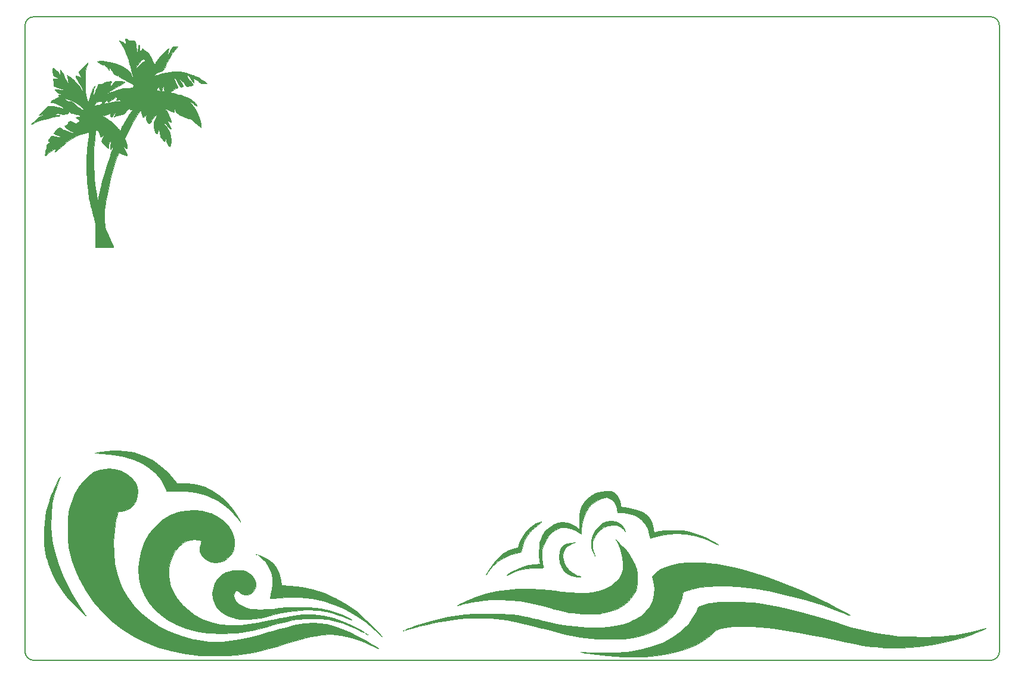
<source format=gbr>
%TF.GenerationSoftware,KiCad,Pcbnew,(5.0.0-rc2-dev-493-gd776eaca8)*%
%TF.CreationDate,2018-05-05T14:03:46-07:00*%
%TF.ProjectId,STM32_MegaBlaster,53544D33325F4D656761426C61737465,rev?*%
%TF.SameCoordinates,Original*%
%TF.FileFunction,Legend,Bot*%
%TF.FilePolarity,Positive*%
%FSLAX46Y46*%
G04 Gerber Fmt 4.6, Leading zero omitted, Abs format (unit mm)*
G04 Created by KiCad (PCBNEW (5.0.0-rc2-dev-493-gd776eaca8)) date 05/05/18 14:03:46*
%MOMM*%
%LPD*%
G01*
G04 APERTURE LIST*
%ADD10C,0.150000*%
%ADD11C,0.010000*%
G04 APERTURE END LIST*
D10*
X59055000Y-31115000D02*
X59055000Y-120015000D01*
X196215000Y-29845000D02*
X60325000Y-29845000D01*
X197485000Y-31115000D02*
X197485000Y-120015000D01*
X196215000Y-121285000D02*
X60325000Y-121285000D01*
X197485000Y-120015000D02*
G75*
G02X196215000Y-121285000I-1270000J0D01*
G01*
X196215000Y-29845000D02*
G75*
G02X197485000Y-31115000I0J-1270000D01*
G01*
X59055000Y-31115000D02*
G75*
G02X60325000Y-29845000I1270000J0D01*
G01*
X60325000Y-121285000D02*
G75*
G02X59055000Y-120015000I0J1270000D01*
G01*
D11*
G36*
X70709084Y-91529933D02*
X70000394Y-91618728D01*
X69878958Y-91641691D01*
X68989464Y-91821525D01*
X70059766Y-91894368D01*
X71677238Y-92067563D01*
X73153014Y-92356158D01*
X74482992Y-92758104D01*
X75663074Y-93271354D01*
X76689159Y-93893859D01*
X77557146Y-94623571D01*
X78262937Y-95458442D01*
X78717265Y-96219044D01*
X78895934Y-96589226D01*
X79033899Y-96900222D01*
X79110680Y-97104682D01*
X79119814Y-97149677D01*
X79162936Y-97203077D01*
X79309838Y-97234213D01*
X79586819Y-97244703D01*
X80020183Y-97236164D01*
X80330515Y-97224123D01*
X81839735Y-97240651D01*
X83257231Y-97426027D01*
X84598752Y-97783204D01*
X85709801Y-98232911D01*
X86159421Y-98455652D01*
X86598825Y-98690992D01*
X86958940Y-98901272D01*
X87080501Y-98980283D01*
X87551207Y-99340970D01*
X88062228Y-99792744D01*
X88559869Y-100283190D01*
X88990433Y-100759889D01*
X89255771Y-101103745D01*
X89450399Y-101377818D01*
X89599968Y-101572669D01*
X89671357Y-101645562D01*
X89649000Y-101567344D01*
X89549544Y-101362361D01*
X89395779Y-101077274D01*
X88618088Y-99857477D01*
X87744812Y-98802141D01*
X86782060Y-97915157D01*
X85735940Y-97200415D01*
X84612561Y-96661803D01*
X83418032Y-96303212D01*
X82158463Y-96128532D01*
X81596189Y-96110931D01*
X80626343Y-96110931D01*
X80223822Y-95589190D01*
X79319901Y-94563115D01*
X78287289Y-93648833D01*
X77156727Y-92867362D01*
X75958953Y-92239722D01*
X74724708Y-91786931D01*
X74619974Y-91757420D01*
X73987156Y-91627237D01*
X73220152Y-91537944D01*
X72378468Y-91490994D01*
X71521610Y-91487839D01*
X70709084Y-91529933D01*
X70709084Y-91529933D01*
G37*
X70709084Y-91529933D02*
X70000394Y-91618728D01*
X69878958Y-91641691D01*
X68989464Y-91821525D01*
X70059766Y-91894368D01*
X71677238Y-92067563D01*
X73153014Y-92356158D01*
X74482992Y-92758104D01*
X75663074Y-93271354D01*
X76689159Y-93893859D01*
X77557146Y-94623571D01*
X78262937Y-95458442D01*
X78717265Y-96219044D01*
X78895934Y-96589226D01*
X79033899Y-96900222D01*
X79110680Y-97104682D01*
X79119814Y-97149677D01*
X79162936Y-97203077D01*
X79309838Y-97234213D01*
X79586819Y-97244703D01*
X80020183Y-97236164D01*
X80330515Y-97224123D01*
X81839735Y-97240651D01*
X83257231Y-97426027D01*
X84598752Y-97783204D01*
X85709801Y-98232911D01*
X86159421Y-98455652D01*
X86598825Y-98690992D01*
X86958940Y-98901272D01*
X87080501Y-98980283D01*
X87551207Y-99340970D01*
X88062228Y-99792744D01*
X88559869Y-100283190D01*
X88990433Y-100759889D01*
X89255771Y-101103745D01*
X89450399Y-101377818D01*
X89599968Y-101572669D01*
X89671357Y-101645562D01*
X89649000Y-101567344D01*
X89549544Y-101362361D01*
X89395779Y-101077274D01*
X88618088Y-99857477D01*
X87744812Y-98802141D01*
X86782060Y-97915157D01*
X85735940Y-97200415D01*
X84612561Y-96661803D01*
X83418032Y-96303212D01*
X82158463Y-96128532D01*
X81596189Y-96110931D01*
X80626343Y-96110931D01*
X80223822Y-95589190D01*
X79319901Y-94563115D01*
X78287289Y-93648833D01*
X77156727Y-92867362D01*
X75958953Y-92239722D01*
X74724708Y-91786931D01*
X74619974Y-91757420D01*
X73987156Y-91627237D01*
X73220152Y-91537944D01*
X72378468Y-91490994D01*
X71521610Y-91487839D01*
X70709084Y-91529933D01*
G36*
X91869231Y-106241282D02*
X91918647Y-106290698D01*
X91968063Y-106241282D01*
X91918647Y-106191865D01*
X91869231Y-106241282D01*
X91869231Y-106241282D01*
G37*
X91869231Y-106241282D02*
X91918647Y-106290698D01*
X91968063Y-106241282D01*
X91918647Y-106191865D01*
X91869231Y-106241282D01*
G36*
X63963351Y-95307268D02*
X63834193Y-95542373D01*
X63660329Y-95893165D01*
X63456940Y-96326061D01*
X63239204Y-96807477D01*
X63022302Y-97303829D01*
X62821414Y-97781530D01*
X62651719Y-98206998D01*
X62528397Y-98546648D01*
X62524920Y-98557136D01*
X62252815Y-99435706D01*
X62052711Y-100226088D01*
X61915046Y-100989529D01*
X61830261Y-101787277D01*
X61788796Y-102680581D01*
X61780594Y-103325717D01*
X61785189Y-104160715D01*
X61809699Y-104849110D01*
X61861232Y-105441549D01*
X61946894Y-105988678D01*
X62073793Y-106541144D01*
X62249037Y-107149594D01*
X62371203Y-107534475D01*
X62885351Y-108868366D01*
X63551564Y-110156172D01*
X64385233Y-111424708D01*
X65203258Y-112467741D01*
X65439498Y-112736296D01*
X65734633Y-113052670D01*
X66067519Y-113396517D01*
X66417014Y-113747491D01*
X66761975Y-114085247D01*
X67081259Y-114389439D01*
X67353725Y-114639721D01*
X67558229Y-114815747D01*
X67673628Y-114897173D01*
X67678781Y-114863652D01*
X67654749Y-114826828D01*
X66691694Y-113405726D01*
X65865666Y-112077005D01*
X65159837Y-110808950D01*
X64557377Y-109569845D01*
X64041458Y-108327974D01*
X63701510Y-107376645D01*
X63285599Y-105985982D01*
X62995825Y-104655911D01*
X62817859Y-103307948D01*
X62745502Y-102139725D01*
X62757376Y-100510283D01*
X62914769Y-98990554D01*
X63222600Y-97551315D01*
X63685788Y-96163341D01*
X63797824Y-95888558D01*
X63927243Y-95566978D01*
X64011662Y-95330392D01*
X64035341Y-95223517D01*
X64032623Y-95221437D01*
X63963351Y-95307268D01*
X63963351Y-95307268D01*
G37*
X63963351Y-95307268D02*
X63834193Y-95542373D01*
X63660329Y-95893165D01*
X63456940Y-96326061D01*
X63239204Y-96807477D01*
X63022302Y-97303829D01*
X62821414Y-97781530D01*
X62651719Y-98206998D01*
X62528397Y-98546648D01*
X62524920Y-98557136D01*
X62252815Y-99435706D01*
X62052711Y-100226088D01*
X61915046Y-100989529D01*
X61830261Y-101787277D01*
X61788796Y-102680581D01*
X61780594Y-103325717D01*
X61785189Y-104160715D01*
X61809699Y-104849110D01*
X61861232Y-105441549D01*
X61946894Y-105988678D01*
X62073793Y-106541144D01*
X62249037Y-107149594D01*
X62371203Y-107534475D01*
X62885351Y-108868366D01*
X63551564Y-110156172D01*
X64385233Y-111424708D01*
X65203258Y-112467741D01*
X65439498Y-112736296D01*
X65734633Y-113052670D01*
X66067519Y-113396517D01*
X66417014Y-113747491D01*
X66761975Y-114085247D01*
X67081259Y-114389439D01*
X67353725Y-114639721D01*
X67558229Y-114815747D01*
X67673628Y-114897173D01*
X67678781Y-114863652D01*
X67654749Y-114826828D01*
X66691694Y-113405726D01*
X65865666Y-112077005D01*
X65159837Y-110808950D01*
X64557377Y-109569845D01*
X64041458Y-108327974D01*
X63701510Y-107376645D01*
X63285599Y-105985982D01*
X62995825Y-104655911D01*
X62817859Y-103307948D01*
X62745502Y-102139725D01*
X62757376Y-100510283D01*
X62914769Y-98990554D01*
X63222600Y-97551315D01*
X63685788Y-96163341D01*
X63797824Y-95888558D01*
X63927243Y-95566978D01*
X64011662Y-95330392D01*
X64035341Y-95223517D01*
X64032623Y-95221437D01*
X63963351Y-95307268D01*
G36*
X88600885Y-108509448D02*
X87997982Y-108634021D01*
X87619425Y-108773872D01*
X86951287Y-109188953D01*
X86420453Y-109722013D01*
X86031343Y-110345062D01*
X85788379Y-111030111D01*
X85695979Y-111749171D01*
X85758566Y-112474252D01*
X85980559Y-113177365D01*
X86366380Y-113830521D01*
X86753130Y-114258865D01*
X87327881Y-114698852D01*
X88012248Y-115035405D01*
X88840630Y-115284619D01*
X89036654Y-115327478D01*
X89636228Y-115424352D01*
X90255565Y-115465611D01*
X90922997Y-115448474D01*
X91666857Y-115370158D01*
X92515474Y-115227881D01*
X93497182Y-115018862D01*
X94401356Y-114800734D01*
X95507366Y-114538257D01*
X96474503Y-114343991D01*
X97347202Y-114212192D01*
X98169900Y-114137114D01*
X98987032Y-114113014D01*
X99627596Y-114125106D01*
X100217799Y-114157237D01*
X100818943Y-114207824D01*
X101362908Y-114270089D01*
X101781574Y-114337254D01*
X101801915Y-114341437D01*
X102276127Y-114457018D01*
X102865521Y-114624695D01*
X103508480Y-114824604D01*
X104143387Y-115036880D01*
X104708624Y-115241658D01*
X105137519Y-115416795D01*
X105366038Y-115509059D01*
X105496460Y-115541178D01*
X105508141Y-115534123D01*
X105422511Y-115456888D01*
X105190866Y-115324792D01*
X104851069Y-115155495D01*
X104440986Y-114966655D01*
X103998482Y-114775934D01*
X103561422Y-114600990D01*
X103304073Y-114506176D01*
X102545433Y-114257439D01*
X101827089Y-114066908D01*
X101100029Y-113926577D01*
X100315238Y-113828440D01*
X99423705Y-113764491D01*
X98561549Y-113731475D01*
X97762946Y-113714675D01*
X97105207Y-113714519D01*
X96532060Y-113733217D01*
X95987231Y-113772977D01*
X95414448Y-113836010D01*
X95201237Y-113863412D01*
X94259240Y-113967273D01*
X93340805Y-114029735D01*
X92479387Y-114050842D01*
X91708444Y-114030639D01*
X91061430Y-113969171D01*
X90571801Y-113866482D01*
X90542586Y-113857195D01*
X89955897Y-113606831D01*
X89462159Y-113282898D01*
X89078786Y-112909274D01*
X88823193Y-112509836D01*
X88712795Y-112108461D01*
X88765006Y-111729024D01*
X88860438Y-111550821D01*
X89029689Y-111374399D01*
X89205174Y-111358626D01*
X89425039Y-111507714D01*
X89545483Y-111626432D01*
X89923025Y-111897129D01*
X90343834Y-112000534D01*
X90771778Y-111950376D01*
X91170727Y-111760382D01*
X91504550Y-111444278D01*
X91737118Y-111015793D01*
X91803229Y-110768624D01*
X91803303Y-110256051D01*
X91632170Y-109747764D01*
X91313770Y-109279482D01*
X90872047Y-108886925D01*
X90361076Y-108617084D01*
X89854427Y-108496862D01*
X89243699Y-108462356D01*
X88600885Y-108509448D01*
X88600885Y-108509448D01*
G37*
X88600885Y-108509448D02*
X87997982Y-108634021D01*
X87619425Y-108773872D01*
X86951287Y-109188953D01*
X86420453Y-109722013D01*
X86031343Y-110345062D01*
X85788379Y-111030111D01*
X85695979Y-111749171D01*
X85758566Y-112474252D01*
X85980559Y-113177365D01*
X86366380Y-113830521D01*
X86753130Y-114258865D01*
X87327881Y-114698852D01*
X88012248Y-115035405D01*
X88840630Y-115284619D01*
X89036654Y-115327478D01*
X89636228Y-115424352D01*
X90255565Y-115465611D01*
X90922997Y-115448474D01*
X91666857Y-115370158D01*
X92515474Y-115227881D01*
X93497182Y-115018862D01*
X94401356Y-114800734D01*
X95507366Y-114538257D01*
X96474503Y-114343991D01*
X97347202Y-114212192D01*
X98169900Y-114137114D01*
X98987032Y-114113014D01*
X99627596Y-114125106D01*
X100217799Y-114157237D01*
X100818943Y-114207824D01*
X101362908Y-114270089D01*
X101781574Y-114337254D01*
X101801915Y-114341437D01*
X102276127Y-114457018D01*
X102865521Y-114624695D01*
X103508480Y-114824604D01*
X104143387Y-115036880D01*
X104708624Y-115241658D01*
X105137519Y-115416795D01*
X105366038Y-115509059D01*
X105496460Y-115541178D01*
X105508141Y-115534123D01*
X105422511Y-115456888D01*
X105190866Y-115324792D01*
X104851069Y-115155495D01*
X104440986Y-114966655D01*
X103998482Y-114775934D01*
X103561422Y-114600990D01*
X103304073Y-114506176D01*
X102545433Y-114257439D01*
X101827089Y-114066908D01*
X101100029Y-113926577D01*
X100315238Y-113828440D01*
X99423705Y-113764491D01*
X98561549Y-113731475D01*
X97762946Y-113714675D01*
X97105207Y-113714519D01*
X96532060Y-113733217D01*
X95987231Y-113772977D01*
X95414448Y-113836010D01*
X95201237Y-113863412D01*
X94259240Y-113967273D01*
X93340805Y-114029735D01*
X92479387Y-114050842D01*
X91708444Y-114030639D01*
X91061430Y-113969171D01*
X90571801Y-113866482D01*
X90542586Y-113857195D01*
X89955897Y-113606831D01*
X89462159Y-113282898D01*
X89078786Y-112909274D01*
X88823193Y-112509836D01*
X88712795Y-112108461D01*
X88765006Y-111729024D01*
X88860438Y-111550821D01*
X89029689Y-111374399D01*
X89205174Y-111358626D01*
X89425039Y-111507714D01*
X89545483Y-111626432D01*
X89923025Y-111897129D01*
X90343834Y-112000534D01*
X90771778Y-111950376D01*
X91170727Y-111760382D01*
X91504550Y-111444278D01*
X91737118Y-111015793D01*
X91803229Y-110768624D01*
X91803303Y-110256051D01*
X91632170Y-109747764D01*
X91313770Y-109279482D01*
X90872047Y-108886925D01*
X90361076Y-108617084D01*
X89854427Y-108496862D01*
X89243699Y-108462356D01*
X88600885Y-108509448D01*
G36*
X81946511Y-99996710D02*
X80821128Y-100235315D01*
X79741597Y-100644996D01*
X78733602Y-101221196D01*
X78204785Y-101619172D01*
X77349951Y-102451814D01*
X76618515Y-103421156D01*
X76022566Y-104500555D01*
X75574188Y-105663368D01*
X75285469Y-106882954D01*
X75168494Y-108132667D01*
X75166507Y-108316768D01*
X75259073Y-109593249D01*
X75531956Y-110800251D01*
X75977931Y-111930744D01*
X76589775Y-112977700D01*
X77360262Y-113934089D01*
X78282169Y-114792884D01*
X79348271Y-115547054D01*
X80551345Y-116189572D01*
X81884166Y-116713407D01*
X83339510Y-117111532D01*
X84408396Y-117308822D01*
X85018724Y-117376205D01*
X85769149Y-117421082D01*
X86604502Y-117443519D01*
X87469611Y-117443583D01*
X88309305Y-117421342D01*
X89068413Y-117376861D01*
X89691764Y-117310209D01*
X89744328Y-117302355D01*
X90228595Y-117223932D01*
X90690928Y-117139797D01*
X91165946Y-117041991D01*
X91688266Y-116922552D01*
X92292507Y-116773522D01*
X93013287Y-116586940D01*
X93885223Y-116354847D01*
X94004202Y-116322876D01*
X94984835Y-116061911D01*
X95807201Y-115851155D01*
X96502751Y-115685332D01*
X97102936Y-115559168D01*
X97639209Y-115467389D01*
X98143020Y-115404721D01*
X98645821Y-115365888D01*
X99179064Y-115345616D01*
X99774200Y-115338632D01*
X99874678Y-115338398D01*
X100633743Y-115343862D01*
X101239919Y-115364714D01*
X101737600Y-115404071D01*
X102171182Y-115465048D01*
X102444328Y-115518766D01*
X104093068Y-115973469D01*
X105753421Y-116623019D01*
X106175262Y-116818134D01*
X106596483Y-117016178D01*
X106944487Y-117174477D01*
X107185587Y-117278098D01*
X107286102Y-117312112D01*
X107287129Y-117310995D01*
X107203429Y-117235824D01*
X106974652Y-117093467D01*
X106634285Y-116901511D01*
X106215813Y-116677546D01*
X105752722Y-116439162D01*
X105278498Y-116203946D01*
X104826626Y-115989489D01*
X104458987Y-115825453D01*
X102932652Y-115264280D01*
X101434348Y-114897432D01*
X99959642Y-114724253D01*
X98504103Y-114744084D01*
X97749775Y-114830989D01*
X97298616Y-114906035D01*
X96708458Y-115014820D01*
X96032960Y-115146872D01*
X95325782Y-115291719D01*
X94685962Y-115428895D01*
X93698683Y-115642799D01*
X92866679Y-115815166D01*
X92153419Y-115952222D01*
X91522370Y-116060193D01*
X90937000Y-116145305D01*
X90360778Y-116213784D01*
X89757170Y-116271857D01*
X89721730Y-116274935D01*
X88207772Y-116322844D01*
X86786745Y-116196509D01*
X85457509Y-115895533D01*
X84218923Y-115419518D01*
X83069849Y-114768067D01*
X82009146Y-113940781D01*
X81438704Y-113385202D01*
X80697453Y-112516099D01*
X80138942Y-111650944D01*
X79750616Y-110763157D01*
X79519921Y-109826160D01*
X79448103Y-109170948D01*
X79470192Y-108255377D01*
X79639659Y-107359692D01*
X79941461Y-106514448D01*
X80360555Y-105750200D01*
X80881898Y-105097504D01*
X81490447Y-104586914D01*
X81792041Y-104409956D01*
X82173730Y-104269838D01*
X82648597Y-104173202D01*
X83145024Y-104127161D01*
X83591395Y-104138825D01*
X83885022Y-104202121D01*
X84055381Y-104280702D01*
X84102480Y-104377754D01*
X84045558Y-104563494D01*
X84008562Y-104653019D01*
X83862700Y-105239752D01*
X83908450Y-105816119D01*
X84140543Y-106354165D01*
X84388717Y-106669981D01*
X84912130Y-107087831D01*
X85499354Y-107336111D01*
X86120999Y-107419565D01*
X86747677Y-107342939D01*
X87349997Y-107110976D01*
X87898573Y-106728421D01*
X88364014Y-106200019D01*
X88486150Y-106008491D01*
X88615118Y-105769346D01*
X88695156Y-105547436D01*
X88737654Y-105283667D01*
X88754002Y-104918945D01*
X88756001Y-104608464D01*
X88750064Y-104146208D01*
X88722960Y-103812599D01*
X88660752Y-103538753D01*
X88549500Y-103255784D01*
X88432737Y-103010834D01*
X87911592Y-102164822D01*
X87244036Y-101448781D01*
X86427247Y-100860284D01*
X85458403Y-100396905D01*
X85340948Y-100352928D01*
X84232104Y-100050960D01*
X83092064Y-99933740D01*
X81946511Y-99996710D01*
X81946511Y-99996710D01*
G37*
X81946511Y-99996710D02*
X80821128Y-100235315D01*
X79741597Y-100644996D01*
X78733602Y-101221196D01*
X78204785Y-101619172D01*
X77349951Y-102451814D01*
X76618515Y-103421156D01*
X76022566Y-104500555D01*
X75574188Y-105663368D01*
X75285469Y-106882954D01*
X75168494Y-108132667D01*
X75166507Y-108316768D01*
X75259073Y-109593249D01*
X75531956Y-110800251D01*
X75977931Y-111930744D01*
X76589775Y-112977700D01*
X77360262Y-113934089D01*
X78282169Y-114792884D01*
X79348271Y-115547054D01*
X80551345Y-116189572D01*
X81884166Y-116713407D01*
X83339510Y-117111532D01*
X84408396Y-117308822D01*
X85018724Y-117376205D01*
X85769149Y-117421082D01*
X86604502Y-117443519D01*
X87469611Y-117443583D01*
X88309305Y-117421342D01*
X89068413Y-117376861D01*
X89691764Y-117310209D01*
X89744328Y-117302355D01*
X90228595Y-117223932D01*
X90690928Y-117139797D01*
X91165946Y-117041991D01*
X91688266Y-116922552D01*
X92292507Y-116773522D01*
X93013287Y-116586940D01*
X93885223Y-116354847D01*
X94004202Y-116322876D01*
X94984835Y-116061911D01*
X95807201Y-115851155D01*
X96502751Y-115685332D01*
X97102936Y-115559168D01*
X97639209Y-115467389D01*
X98143020Y-115404721D01*
X98645821Y-115365888D01*
X99179064Y-115345616D01*
X99774200Y-115338632D01*
X99874678Y-115338398D01*
X100633743Y-115343862D01*
X101239919Y-115364714D01*
X101737600Y-115404071D01*
X102171182Y-115465048D01*
X102444328Y-115518766D01*
X104093068Y-115973469D01*
X105753421Y-116623019D01*
X106175262Y-116818134D01*
X106596483Y-117016178D01*
X106944487Y-117174477D01*
X107185587Y-117278098D01*
X107286102Y-117312112D01*
X107287129Y-117310995D01*
X107203429Y-117235824D01*
X106974652Y-117093467D01*
X106634285Y-116901511D01*
X106215813Y-116677546D01*
X105752722Y-116439162D01*
X105278498Y-116203946D01*
X104826626Y-115989489D01*
X104458987Y-115825453D01*
X102932652Y-115264280D01*
X101434348Y-114897432D01*
X99959642Y-114724253D01*
X98504103Y-114744084D01*
X97749775Y-114830989D01*
X97298616Y-114906035D01*
X96708458Y-115014820D01*
X96032960Y-115146872D01*
X95325782Y-115291719D01*
X94685962Y-115428895D01*
X93698683Y-115642799D01*
X92866679Y-115815166D01*
X92153419Y-115952222D01*
X91522370Y-116060193D01*
X90937000Y-116145305D01*
X90360778Y-116213784D01*
X89757170Y-116271857D01*
X89721730Y-116274935D01*
X88207772Y-116322844D01*
X86786745Y-116196509D01*
X85457509Y-115895533D01*
X84218923Y-115419518D01*
X83069849Y-114768067D01*
X82009146Y-113940781D01*
X81438704Y-113385202D01*
X80697453Y-112516099D01*
X80138942Y-111650944D01*
X79750616Y-110763157D01*
X79519921Y-109826160D01*
X79448103Y-109170948D01*
X79470192Y-108255377D01*
X79639659Y-107359692D01*
X79941461Y-106514448D01*
X80360555Y-105750200D01*
X80881898Y-105097504D01*
X81490447Y-104586914D01*
X81792041Y-104409956D01*
X82173730Y-104269838D01*
X82648597Y-104173202D01*
X83145024Y-104127161D01*
X83591395Y-104138825D01*
X83885022Y-104202121D01*
X84055381Y-104280702D01*
X84102480Y-104377754D01*
X84045558Y-104563494D01*
X84008562Y-104653019D01*
X83862700Y-105239752D01*
X83908450Y-105816119D01*
X84140543Y-106354165D01*
X84388717Y-106669981D01*
X84912130Y-107087831D01*
X85499354Y-107336111D01*
X86120999Y-107419565D01*
X86747677Y-107342939D01*
X87349997Y-107110976D01*
X87898573Y-106728421D01*
X88364014Y-106200019D01*
X88486150Y-106008491D01*
X88615118Y-105769346D01*
X88695156Y-105547436D01*
X88737654Y-105283667D01*
X88754002Y-104918945D01*
X88756001Y-104608464D01*
X88750064Y-104146208D01*
X88722960Y-103812599D01*
X88660752Y-103538753D01*
X88549500Y-103255784D01*
X88432737Y-103010834D01*
X87911592Y-102164822D01*
X87244036Y-101448781D01*
X86427247Y-100860284D01*
X85458403Y-100396905D01*
X85340948Y-100352928D01*
X84232104Y-100050960D01*
X83092064Y-99933740D01*
X81946511Y-99996710D01*
G36*
X107416970Y-117423799D02*
X107435379Y-117458791D01*
X107528500Y-117553177D01*
X107545877Y-117557624D01*
X107552620Y-117493783D01*
X107534211Y-117458791D01*
X107441090Y-117364406D01*
X107423713Y-117359959D01*
X107416970Y-117423799D01*
X107416970Y-117423799D01*
G37*
X107416970Y-117423799D02*
X107435379Y-117458791D01*
X107528500Y-117553177D01*
X107545877Y-117557624D01*
X107552620Y-117493783D01*
X107534211Y-117458791D01*
X107441090Y-117364406D01*
X107423713Y-117359959D01*
X107416970Y-117423799D01*
G36*
X107682460Y-117607040D02*
X107731877Y-117656457D01*
X107781293Y-117607040D01*
X107731877Y-117557624D01*
X107682460Y-117607040D01*
X107682460Y-117607040D01*
G37*
X107682460Y-117607040D02*
X107731877Y-117656457D01*
X107781293Y-117607040D01*
X107731877Y-117557624D01*
X107682460Y-117607040D01*
G36*
X92230112Y-106399643D02*
X92420126Y-106559321D01*
X92497242Y-106616026D01*
X93153496Y-107206772D01*
X93656714Y-107912661D01*
X94002567Y-108718611D01*
X94186721Y-109609537D01*
X94204847Y-110570359D01*
X94052612Y-111585992D01*
X93993159Y-111825328D01*
X93913579Y-112137484D01*
X93860440Y-112372073D01*
X93847057Y-112456466D01*
X93933722Y-112495067D01*
X94155846Y-112495816D01*
X94315340Y-112478929D01*
X96201521Y-112300062D01*
X98010735Y-112299487D01*
X99754918Y-112478949D01*
X101446005Y-112840197D01*
X103095935Y-113384978D01*
X104394999Y-113954477D01*
X106006773Y-114844621D01*
X107508278Y-115893437D01*
X108913420Y-117110924D01*
X109262469Y-117454095D01*
X109563402Y-117752294D01*
X109732932Y-117907230D01*
X109773696Y-117920918D01*
X109688333Y-117795369D01*
X109657800Y-117755588D01*
X109358434Y-117400779D01*
X108944017Y-116952755D01*
X108450138Y-116446282D01*
X107912386Y-115916125D01*
X107366350Y-115397048D01*
X106847622Y-114923818D01*
X106391788Y-114531199D01*
X106196105Y-114374062D01*
X104716173Y-113331601D01*
X103176802Y-112449992D01*
X101595620Y-111736153D01*
X99990256Y-111197001D01*
X98378340Y-110839456D01*
X96777498Y-110670435D01*
X96756171Y-110669480D01*
X95466068Y-110612787D01*
X95364853Y-109856813D01*
X95155609Y-108954891D01*
X94787088Y-108166245D01*
X94263985Y-107497501D01*
X93590992Y-106955288D01*
X93128883Y-106699023D01*
X92662065Y-106484344D01*
X92354431Y-106362595D01*
X92209330Y-106334214D01*
X92230112Y-106399643D01*
X92230112Y-106399643D01*
G37*
X92230112Y-106399643D02*
X92420126Y-106559321D01*
X92497242Y-106616026D01*
X93153496Y-107206772D01*
X93656714Y-107912661D01*
X94002567Y-108718611D01*
X94186721Y-109609537D01*
X94204847Y-110570359D01*
X94052612Y-111585992D01*
X93993159Y-111825328D01*
X93913579Y-112137484D01*
X93860440Y-112372073D01*
X93847057Y-112456466D01*
X93933722Y-112495067D01*
X94155846Y-112495816D01*
X94315340Y-112478929D01*
X96201521Y-112300062D01*
X98010735Y-112299487D01*
X99754918Y-112478949D01*
X101446005Y-112840197D01*
X103095935Y-113384978D01*
X104394999Y-113954477D01*
X106006773Y-114844621D01*
X107508278Y-115893437D01*
X108913420Y-117110924D01*
X109262469Y-117454095D01*
X109563402Y-117752294D01*
X109732932Y-117907230D01*
X109773696Y-117920918D01*
X109688333Y-117795369D01*
X109657800Y-117755588D01*
X109358434Y-117400779D01*
X108944017Y-116952755D01*
X108450138Y-116446282D01*
X107912386Y-115916125D01*
X107366350Y-115397048D01*
X106847622Y-114923818D01*
X106391788Y-114531199D01*
X106196105Y-114374062D01*
X104716173Y-113331601D01*
X103176802Y-112449992D01*
X101595620Y-111736153D01*
X99990256Y-111197001D01*
X98378340Y-110839456D01*
X96777498Y-110670435D01*
X96756171Y-110669480D01*
X95466068Y-110612787D01*
X95364853Y-109856813D01*
X95155609Y-108954891D01*
X94787088Y-108166245D01*
X94263985Y-107497501D01*
X93590992Y-106955288D01*
X93128883Y-106699023D01*
X92662065Y-106484344D01*
X92354431Y-106362595D01*
X92209330Y-106334214D01*
X92230112Y-106399643D01*
G36*
X70620203Y-94062443D02*
X69701216Y-94222267D01*
X68842523Y-94565536D01*
X68050154Y-95085626D01*
X67330136Y-95775912D01*
X66688498Y-96629771D01*
X66131267Y-97640576D01*
X65664473Y-98801705D01*
X65357253Y-99846076D01*
X65279933Y-100177511D01*
X65223199Y-100494640D01*
X65184043Y-100837075D01*
X65159459Y-101244427D01*
X65146440Y-101756307D01*
X65141979Y-102412326D01*
X65141884Y-102683305D01*
X65145624Y-103416353D01*
X65157786Y-103994450D01*
X65181543Y-104460240D01*
X65220070Y-104856369D01*
X65276538Y-105225481D01*
X65354122Y-105610221D01*
X65362518Y-105648285D01*
X65788747Y-107249974D01*
X66346480Y-108771215D01*
X66765708Y-109700426D01*
X67681583Y-111379131D01*
X68748178Y-112933844D01*
X69958690Y-114359982D01*
X71306322Y-115652967D01*
X72784272Y-116808217D01*
X74385740Y-117821151D01*
X76103927Y-118687190D01*
X77932031Y-119401752D01*
X79863254Y-119960257D01*
X81890794Y-120358124D01*
X82761783Y-120475329D01*
X83301776Y-120523244D01*
X83986658Y-120560803D01*
X84773068Y-120587730D01*
X85617642Y-120603750D01*
X86477019Y-120608589D01*
X87307836Y-120601970D01*
X88066731Y-120583619D01*
X88710341Y-120553260D01*
X89151332Y-120515887D01*
X90262727Y-120366955D01*
X91371201Y-120173196D01*
X92515586Y-119925705D01*
X93734718Y-119615578D01*
X95067431Y-119233912D01*
X96020203Y-118940982D01*
X97133392Y-118597051D01*
X98088340Y-118316208D01*
X98911739Y-118091747D01*
X99630284Y-117916966D01*
X100270667Y-117785161D01*
X100859582Y-117689628D01*
X101150803Y-117652470D01*
X102546842Y-117589038D01*
X103983487Y-117717092D01*
X105456177Y-118035681D01*
X106960355Y-118543853D01*
X108300164Y-119143977D01*
X108688454Y-119333943D01*
X109001902Y-119480593D01*
X109204831Y-119567677D01*
X109263783Y-119582870D01*
X109181579Y-119508895D01*
X108954392Y-119358034D01*
X108611360Y-119146964D01*
X108181621Y-118892359D01*
X107694313Y-118610895D01*
X107178573Y-118319248D01*
X106663539Y-118034092D01*
X106178349Y-117772103D01*
X105752141Y-117549957D01*
X105458725Y-117405256D01*
X104189470Y-116848973D01*
X103025008Y-116433898D01*
X101939363Y-116153011D01*
X100906558Y-115999294D01*
X100121760Y-115963161D01*
X99635025Y-115970430D01*
X99163374Y-115996513D01*
X98682560Y-116046343D01*
X98168335Y-116124854D01*
X97596450Y-116236979D01*
X96942658Y-116387652D01*
X96182711Y-116581806D01*
X95292361Y-116824375D01*
X94247360Y-117120292D01*
X93796468Y-117250124D01*
X92213919Y-117688665D01*
X90785131Y-118042263D01*
X89486478Y-118313183D01*
X88294333Y-118503686D01*
X87185069Y-118616036D01*
X86135058Y-118652496D01*
X85120673Y-118615328D01*
X84118287Y-118506795D01*
X83104273Y-118329161D01*
X82924873Y-118291357D01*
X81241831Y-117841941D01*
X79662581Y-117245542D01*
X78196578Y-116509534D01*
X76853276Y-115641291D01*
X75642128Y-114648188D01*
X74572588Y-113537597D01*
X73654110Y-112316894D01*
X72896148Y-110993453D01*
X72536477Y-110188320D01*
X72105747Y-108888248D01*
X71808255Y-107472833D01*
X71645577Y-105974168D01*
X71619292Y-104424344D01*
X71730977Y-102855454D01*
X71982208Y-101299591D01*
X72078388Y-100868067D01*
X72250943Y-100139989D01*
X72695690Y-100102898D01*
X73395011Y-99955929D01*
X73988410Y-99649432D01*
X74463875Y-99197813D01*
X74809394Y-98615479D01*
X75012956Y-97916835D01*
X75065504Y-97260866D01*
X75009554Y-96678751D01*
X74830404Y-96170422D01*
X74504264Y-95683509D01*
X74196756Y-95348259D01*
X73482729Y-94770615D01*
X72668908Y-94357108D01*
X71775994Y-94115178D01*
X70824685Y-94052268D01*
X70620203Y-94062443D01*
X70620203Y-94062443D01*
G37*
X70620203Y-94062443D02*
X69701216Y-94222267D01*
X68842523Y-94565536D01*
X68050154Y-95085626D01*
X67330136Y-95775912D01*
X66688498Y-96629771D01*
X66131267Y-97640576D01*
X65664473Y-98801705D01*
X65357253Y-99846076D01*
X65279933Y-100177511D01*
X65223199Y-100494640D01*
X65184043Y-100837075D01*
X65159459Y-101244427D01*
X65146440Y-101756307D01*
X65141979Y-102412326D01*
X65141884Y-102683305D01*
X65145624Y-103416353D01*
X65157786Y-103994450D01*
X65181543Y-104460240D01*
X65220070Y-104856369D01*
X65276538Y-105225481D01*
X65354122Y-105610221D01*
X65362518Y-105648285D01*
X65788747Y-107249974D01*
X66346480Y-108771215D01*
X66765708Y-109700426D01*
X67681583Y-111379131D01*
X68748178Y-112933844D01*
X69958690Y-114359982D01*
X71306322Y-115652967D01*
X72784272Y-116808217D01*
X74385740Y-117821151D01*
X76103927Y-118687190D01*
X77932031Y-119401752D01*
X79863254Y-119960257D01*
X81890794Y-120358124D01*
X82761783Y-120475329D01*
X83301776Y-120523244D01*
X83986658Y-120560803D01*
X84773068Y-120587730D01*
X85617642Y-120603750D01*
X86477019Y-120608589D01*
X87307836Y-120601970D01*
X88066731Y-120583619D01*
X88710341Y-120553260D01*
X89151332Y-120515887D01*
X90262727Y-120366955D01*
X91371201Y-120173196D01*
X92515586Y-119925705D01*
X93734718Y-119615578D01*
X95067431Y-119233912D01*
X96020203Y-118940982D01*
X97133392Y-118597051D01*
X98088340Y-118316208D01*
X98911739Y-118091747D01*
X99630284Y-117916966D01*
X100270667Y-117785161D01*
X100859582Y-117689628D01*
X101150803Y-117652470D01*
X102546842Y-117589038D01*
X103983487Y-117717092D01*
X105456177Y-118035681D01*
X106960355Y-118543853D01*
X108300164Y-119143977D01*
X108688454Y-119333943D01*
X109001902Y-119480593D01*
X109204831Y-119567677D01*
X109263783Y-119582870D01*
X109181579Y-119508895D01*
X108954392Y-119358034D01*
X108611360Y-119146964D01*
X108181621Y-118892359D01*
X107694313Y-118610895D01*
X107178573Y-118319248D01*
X106663539Y-118034092D01*
X106178349Y-117772103D01*
X105752141Y-117549957D01*
X105458725Y-117405256D01*
X104189470Y-116848973D01*
X103025008Y-116433898D01*
X101939363Y-116153011D01*
X100906558Y-115999294D01*
X100121760Y-115963161D01*
X99635025Y-115970430D01*
X99163374Y-115996513D01*
X98682560Y-116046343D01*
X98168335Y-116124854D01*
X97596450Y-116236979D01*
X96942658Y-116387652D01*
X96182711Y-116581806D01*
X95292361Y-116824375D01*
X94247360Y-117120292D01*
X93796468Y-117250124D01*
X92213919Y-117688665D01*
X90785131Y-118042263D01*
X89486478Y-118313183D01*
X88294333Y-118503686D01*
X87185069Y-118616036D01*
X86135058Y-118652496D01*
X85120673Y-118615328D01*
X84118287Y-118506795D01*
X83104273Y-118329161D01*
X82924873Y-118291357D01*
X81241831Y-117841941D01*
X79662581Y-117245542D01*
X78196578Y-116509534D01*
X76853276Y-115641291D01*
X75642128Y-114648188D01*
X74572588Y-113537597D01*
X73654110Y-112316894D01*
X72896148Y-110993453D01*
X72536477Y-110188320D01*
X72105747Y-108888248D01*
X71808255Y-107472833D01*
X71645577Y-105974168D01*
X71619292Y-104424344D01*
X71730977Y-102855454D01*
X71982208Y-101299591D01*
X72078388Y-100868067D01*
X72250943Y-100139989D01*
X72695690Y-100102898D01*
X73395011Y-99955929D01*
X73988410Y-99649432D01*
X74463875Y-99197813D01*
X74809394Y-98615479D01*
X75012956Y-97916835D01*
X75065504Y-97260866D01*
X75009554Y-96678751D01*
X74830404Y-96170422D01*
X74504264Y-95683509D01*
X74196756Y-95348259D01*
X73482729Y-94770615D01*
X72668908Y-94357108D01*
X71775994Y-94115178D01*
X70824685Y-94052268D01*
X70620203Y-94062443D01*
G36*
X73328628Y-32997633D02*
X73297954Y-33049634D01*
X73316939Y-33166889D01*
X73361353Y-33376676D01*
X73373704Y-33430634D01*
X73406446Y-33660246D01*
X73366572Y-33742168D01*
X73257464Y-33672629D01*
X73207207Y-33616242D01*
X73072797Y-33511075D01*
X72857776Y-33388911D01*
X72634222Y-33286428D01*
X72474210Y-33240308D01*
X72468138Y-33240134D01*
X72479027Y-33293394D01*
X72549508Y-33388300D01*
X72732466Y-33649567D01*
X72948844Y-34032809D01*
X73179524Y-34499024D01*
X73405386Y-35009211D01*
X73607313Y-35524369D01*
X73636490Y-35605690D01*
X73783690Y-36041556D01*
X73922569Y-36488736D01*
X74049651Y-36930597D01*
X74161458Y-37350506D01*
X74254515Y-37731831D01*
X74325344Y-38057938D01*
X74370468Y-38312194D01*
X74386410Y-38477968D01*
X74369693Y-38538626D01*
X74316841Y-38477535D01*
X74224376Y-38278063D01*
X74162499Y-38122011D01*
X74030542Y-37817885D01*
X73880422Y-37586894D01*
X73674182Y-37389102D01*
X73373867Y-37184574D01*
X73139928Y-37046151D01*
X72830640Y-36887617D01*
X72449404Y-36720453D01*
X72040281Y-36560807D01*
X71647330Y-36424826D01*
X71314612Y-36328660D01*
X71086188Y-36288456D01*
X71071678Y-36288134D01*
X70838854Y-36259541D01*
X70610561Y-36199133D01*
X70386064Y-36154823D01*
X70072449Y-36133183D01*
X69828097Y-36135633D01*
X69300940Y-36161134D01*
X69692246Y-36436300D01*
X69961538Y-36618631D01*
X70110036Y-36700000D01*
X70149019Y-36685420D01*
X70120934Y-36626800D01*
X70123905Y-36548618D01*
X70151705Y-36542134D01*
X70245591Y-36601149D01*
X70413690Y-36756267D01*
X70620512Y-36974594D01*
X70631281Y-36986634D01*
X71027759Y-37431134D01*
X70974750Y-37092467D01*
X70921740Y-36753800D01*
X71198670Y-37228059D01*
X71404086Y-37568997D01*
X71562849Y-37796358D01*
X71706760Y-37946626D01*
X71867623Y-38056287D01*
X71965601Y-38107916D01*
X72167389Y-38184761D01*
X72273959Y-38157174D01*
X72286103Y-38140819D01*
X72351724Y-38120988D01*
X72403383Y-38224280D01*
X72475478Y-38366789D01*
X72529921Y-38404800D01*
X72615331Y-38445513D01*
X72811680Y-38554381D01*
X73085273Y-38711503D01*
X73402413Y-38896973D01*
X73729405Y-39090888D01*
X74032554Y-39273346D01*
X74278164Y-39424442D01*
X74432538Y-39524272D01*
X74461919Y-39546003D01*
X74454008Y-39629643D01*
X74413145Y-39759534D01*
X74364525Y-39854889D01*
X74280254Y-39914228D01*
X74123188Y-39947611D01*
X73856185Y-39965097D01*
X73628160Y-39972133D01*
X72933699Y-40037147D01*
X72406934Y-40175574D01*
X72092448Y-40286070D01*
X71803438Y-40381064D01*
X71644934Y-40428143D01*
X71428609Y-40501195D01*
X71125119Y-40621618D01*
X70799333Y-40762224D01*
X70516123Y-40895827D01*
X70459600Y-40924933D01*
X70407064Y-40941365D01*
X70473051Y-40876487D01*
X70637730Y-40746620D01*
X70881270Y-40568085D01*
X70967600Y-40506871D01*
X71207341Y-40351657D01*
X71552771Y-40145440D01*
X71958852Y-39914387D01*
X72380547Y-39684663D01*
X72406934Y-39670660D01*
X72840042Y-39436383D01*
X73121456Y-39265942D01*
X73251623Y-39148834D01*
X73230990Y-39074557D01*
X73060007Y-39032608D01*
X72739121Y-39012486D01*
X72435296Y-39005906D01*
X71870992Y-38997467D01*
X71525129Y-39390387D01*
X71336367Y-39596758D01*
X71230909Y-39684257D01*
X71186305Y-39666264D01*
X71179267Y-39596488D01*
X71220166Y-39364643D01*
X71270794Y-39238649D01*
X71327115Y-39089772D01*
X71322071Y-39027382D01*
X71209819Y-39012828D01*
X70992453Y-39043551D01*
X70723478Y-39105551D01*
X70456398Y-39184823D01*
X70244716Y-39267368D01*
X70143881Y-39335713D01*
X70010058Y-39426090D01*
X69754648Y-39436577D01*
X69731869Y-39434542D01*
X69489647Y-39435588D01*
X69401576Y-39498928D01*
X69401267Y-39504945D01*
X69369583Y-39648084D01*
X69292626Y-39857647D01*
X69285766Y-39873671D01*
X69176802Y-40134192D01*
X69057811Y-40430765D01*
X69038944Y-40479134D01*
X68910359Y-40810729D01*
X68831041Y-41004252D01*
X68787202Y-41078785D01*
X68765052Y-41053411D01*
X68750803Y-40947211D01*
X68744287Y-40886910D01*
X68751312Y-40647873D01*
X68802967Y-40339900D01*
X68845700Y-40174011D01*
X68911642Y-39922253D01*
X68941943Y-39743729D01*
X68936781Y-39690092D01*
X68872917Y-39723189D01*
X68775281Y-39887046D01*
X68655622Y-40149320D01*
X68525687Y-40477671D01*
X68397223Y-40839756D01*
X68281979Y-41203235D01*
X68191702Y-41535766D01*
X68138139Y-41805007D01*
X68128574Y-41915089D01*
X68119110Y-42034894D01*
X68071363Y-42012739D01*
X68003738Y-41926410D01*
X67861067Y-41688906D01*
X67752034Y-41386506D01*
X67673278Y-40997720D01*
X67621436Y-40501063D01*
X67593146Y-39875045D01*
X67585167Y-39251467D01*
X67589336Y-38566924D01*
X67608569Y-38021912D01*
X67646756Y-37586995D01*
X67707789Y-37232739D01*
X67795558Y-36929710D01*
X67913957Y-36648472D01*
X67934954Y-36605634D01*
X68002581Y-36445985D01*
X67988496Y-36397089D01*
X67886370Y-36463460D01*
X67689875Y-36649615D01*
X67392680Y-36960068D01*
X67302948Y-37056508D01*
X66686295Y-37721968D01*
X66902207Y-38148051D01*
X67005504Y-38377177D01*
X67050714Y-38531850D01*
X67037024Y-38574134D01*
X66921014Y-38512488D01*
X66903228Y-38488865D01*
X66796752Y-38394098D01*
X66609047Y-38278842D01*
X66592170Y-38269993D01*
X66362340Y-38184853D01*
X66246977Y-38218971D01*
X66249992Y-38363343D01*
X66375298Y-38608962D01*
X66417366Y-38672345D01*
X66603698Y-38965985D01*
X66809719Y-39324790D01*
X67009446Y-39699571D01*
X67176891Y-40041139D01*
X67286070Y-40300304D01*
X67300508Y-40344087D01*
X67327424Y-40458496D01*
X67304640Y-40473790D01*
X67220993Y-40378144D01*
X67065318Y-40159735D01*
X66908405Y-39928800D01*
X66664945Y-39596507D01*
X66378389Y-39246125D01*
X66207429Y-39056328D01*
X65975291Y-38829402D01*
X65724402Y-38610703D01*
X65479202Y-38417371D01*
X65264127Y-38266546D01*
X65103619Y-38175368D01*
X65022114Y-38160977D01*
X65043923Y-38240304D01*
X65098538Y-38393243D01*
X65120893Y-38515471D01*
X65154960Y-38730299D01*
X65206473Y-38986197D01*
X65206504Y-38986333D01*
X65235792Y-39177518D01*
X65200321Y-39241192D01*
X65155698Y-39234855D01*
X65038476Y-39134600D01*
X64956267Y-38993245D01*
X64847446Y-38752369D01*
X64699744Y-38454548D01*
X64533527Y-38137247D01*
X64369156Y-37837930D01*
X64226996Y-37594061D01*
X64127409Y-37443104D01*
X64097288Y-37412918D01*
X64060189Y-37472985D01*
X64048725Y-37653330D01*
X64054858Y-37780388D01*
X64060840Y-38027775D01*
X64025267Y-38121334D01*
X63991985Y-38114267D01*
X63903230Y-37984905D01*
X63897934Y-37944920D01*
X63838350Y-37832577D01*
X63688111Y-37656982D01*
X63489988Y-37459149D01*
X63286750Y-37280096D01*
X63121166Y-37160835D01*
X63053159Y-37134800D01*
X62989325Y-37212372D01*
X62970069Y-37428024D01*
X62996556Y-37756164D01*
X63018250Y-37901368D01*
X63064725Y-38079028D01*
X63159869Y-38208702D01*
X63344095Y-38331116D01*
X63546485Y-38433708D01*
X64024934Y-38665148D01*
X63538100Y-38625758D01*
X63247084Y-38612128D01*
X63091698Y-38651435D01*
X63048325Y-38774961D01*
X63093349Y-39013990D01*
X63134204Y-39160768D01*
X63174103Y-39423430D01*
X63125001Y-39560973D01*
X63095507Y-39653926D01*
X63204222Y-39732374D01*
X63274898Y-39760331D01*
X63532428Y-39854272D01*
X63728600Y-39925774D01*
X63970289Y-39999266D01*
X64214463Y-40057020D01*
X64418079Y-40117313D01*
X64536780Y-40189425D01*
X64539369Y-40193213D01*
X64492131Y-40227042D01*
X64317725Y-40234321D01*
X64055849Y-40217312D01*
X63746198Y-40178278D01*
X63495767Y-40133737D01*
X63345652Y-40135039D01*
X63314345Y-40210573D01*
X63383086Y-40335841D01*
X63533112Y-40486340D01*
X63745661Y-40637573D01*
X63968855Y-40751525D01*
X64248880Y-40845031D01*
X64583608Y-40924697D01*
X64702267Y-40945208D01*
X64942655Y-40982304D01*
X65023795Y-41001902D01*
X64954011Y-41010884D01*
X64786934Y-41015217D01*
X64469360Y-41002085D01*
X64134458Y-40960887D01*
X64091876Y-40953111D01*
X63873869Y-40916774D01*
X63787128Y-40928681D01*
X63797928Y-40998979D01*
X63816709Y-41035899D01*
X63889616Y-41203968D01*
X63855924Y-41273076D01*
X63763122Y-41283467D01*
X63604736Y-41333178D01*
X63413153Y-41452709D01*
X63413037Y-41452800D01*
X63233337Y-41571343D01*
X63098862Y-41622104D01*
X63096941Y-41622133D01*
X62974170Y-41679097D01*
X62812828Y-41817414D01*
X62801463Y-41829334D01*
X62680011Y-41968297D01*
X62673241Y-42023081D01*
X62765538Y-42028581D01*
X63061521Y-42054714D01*
X63404150Y-42146623D01*
X63754911Y-42285520D01*
X64075293Y-42452614D01*
X64326783Y-42629116D01*
X64470869Y-42796237D01*
X64490600Y-42870216D01*
X64465867Y-42951474D01*
X64368376Y-42896097D01*
X64156478Y-42785292D01*
X63825711Y-42685335D01*
X63426543Y-42607187D01*
X63009439Y-42561812D01*
X62797267Y-42554797D01*
X62246934Y-42554118D01*
X61611934Y-43195914D01*
X60976934Y-43837709D01*
X61823600Y-43731823D01*
X61552429Y-43856545D01*
X61142849Y-44081996D01*
X60699901Y-44402538D01*
X60249541Y-44788130D01*
X60033128Y-44990603D01*
X59942876Y-45094050D01*
X59973373Y-45106040D01*
X60045600Y-45073390D01*
X60703836Y-44781387D01*
X61470638Y-44510429D01*
X62285274Y-44278258D01*
X63087010Y-44102620D01*
X63663533Y-44016371D01*
X63913212Y-43966971D01*
X64008553Y-43905072D01*
X63947198Y-43850701D01*
X63726784Y-43823885D01*
X63686267Y-43823467D01*
X63477659Y-43801346D01*
X63353768Y-43747469D01*
X63349135Y-43741282D01*
X63366219Y-43658910D01*
X63513153Y-43609462D01*
X63752887Y-43597264D01*
X64048369Y-43626642D01*
X64155881Y-43647070D01*
X64511011Y-43692413D01*
X64828759Y-43678358D01*
X65074562Y-43612881D01*
X65213862Y-43503960D01*
X65227944Y-43399660D01*
X65216070Y-43291946D01*
X65294265Y-43309627D01*
X65346517Y-43340892D01*
X65473792Y-43445791D01*
X65506600Y-43505166D01*
X65581601Y-43545978D01*
X65768257Y-43568139D01*
X65834504Y-43569467D01*
X66109803Y-43605654D01*
X66432402Y-43697348D01*
X66575338Y-43754136D01*
X66988267Y-43938805D01*
X66630432Y-44029303D01*
X66272597Y-44119800D01*
X66568982Y-44408863D01*
X66865368Y-44697925D01*
X66630484Y-44852805D01*
X66366408Y-44984668D01*
X66142045Y-44978224D01*
X65898440Y-44832867D01*
X65691498Y-44727435D01*
X65472322Y-44697509D01*
X65289503Y-44736961D01*
X65191633Y-44839663D01*
X65191899Y-44921965D01*
X65166034Y-45053788D01*
X64999868Y-45180433D01*
X64925449Y-45218112D01*
X64619684Y-45363921D01*
X64849233Y-45546194D01*
X65181293Y-45806243D01*
X65409915Y-45974691D01*
X65561233Y-46068955D01*
X65661378Y-46106455D01*
X65694309Y-46109467D01*
X65849362Y-46159052D01*
X65977252Y-46240325D01*
X66063053Y-46317576D01*
X66041825Y-46345783D01*
X65889481Y-46333229D01*
X65760600Y-46314846D01*
X65438352Y-46240150D01*
X65123149Y-46126636D01*
X65065473Y-46099321D01*
X64845736Y-45998918D01*
X64683040Y-45943773D01*
X64655495Y-45940134D01*
X64526748Y-45891578D01*
X64348978Y-45774407D01*
X64344370Y-45770800D01*
X64153968Y-45651338D01*
X63997894Y-45601467D01*
X63997588Y-45601467D01*
X63842080Y-45645631D01*
X63647379Y-45753333D01*
X63466226Y-45887385D01*
X63351360Y-46010600D01*
X63337179Y-46067134D01*
X63311909Y-46190805D01*
X63240361Y-46298202D01*
X63160055Y-46414531D01*
X63212355Y-46474158D01*
X63272576Y-46495535D01*
X63442145Y-46561821D01*
X63688911Y-46671442D01*
X63813267Y-46730133D01*
X64029818Y-46838671D01*
X64107391Y-46897325D01*
X64061027Y-46926580D01*
X63967390Y-46940016D01*
X63755356Y-46931050D01*
X63466496Y-46879081D01*
X63300775Y-46835643D01*
X63044536Y-46769779D01*
X62856166Y-46740131D01*
X62795588Y-46745505D01*
X62727160Y-46833852D01*
X62617212Y-47013776D01*
X62499347Y-47225212D01*
X62407168Y-47408095D01*
X62373934Y-47499199D01*
X62443940Y-47542665D01*
X62564434Y-47584532D01*
X62670314Y-47625418D01*
X62655340Y-47670770D01*
X62502964Y-47745118D01*
X62437434Y-47772796D01*
X62198534Y-47926751D01*
X62098761Y-48148365D01*
X62112286Y-48423769D01*
X62097453Y-48537205D01*
X62046387Y-48760815D01*
X61983508Y-48997576D01*
X61907708Y-49326299D01*
X61899783Y-49520613D01*
X61957745Y-49573132D01*
X62079604Y-49476470D01*
X62104558Y-49447081D01*
X62238597Y-49308591D01*
X62436097Y-49152443D01*
X62727775Y-48956115D01*
X63043076Y-48758972D01*
X63283102Y-48620655D01*
X63405239Y-48581985D01*
X63429747Y-48644694D01*
X63385469Y-48788209D01*
X63337266Y-48963698D01*
X63343329Y-49054417D01*
X63416292Y-49014877D01*
X63586786Y-48876772D01*
X63831546Y-48660208D01*
X64127308Y-48385291D01*
X64220739Y-48296136D01*
X64995315Y-47624701D01*
X65783128Y-47079831D01*
X66559754Y-46677809D01*
X66779675Y-46590164D01*
X67059134Y-46494636D01*
X67373135Y-46399217D01*
X67678085Y-46315543D01*
X67930392Y-46255252D01*
X68086460Y-46229979D01*
X68114528Y-46233838D01*
X68146071Y-46351957D01*
X68139780Y-46611971D01*
X68095185Y-47023277D01*
X68063616Y-47252467D01*
X67961748Y-47991865D01*
X67887975Y-48618168D01*
X67838254Y-49184535D01*
X67808541Y-49744125D01*
X67794789Y-50350098D01*
X67792492Y-50816035D01*
X67800993Y-51399604D01*
X67824687Y-52043677D01*
X67860981Y-52713917D01*
X67907283Y-53375989D01*
X67961001Y-53995558D01*
X68019542Y-54538288D01*
X68080315Y-54969844D01*
X68122401Y-55185728D01*
X68160962Y-55396746D01*
X68163684Y-55525506D01*
X68158163Y-55537015D01*
X68155318Y-55634071D01*
X68192235Y-55835114D01*
X68219243Y-55943090D01*
X68285817Y-56197217D01*
X68334448Y-56395114D01*
X68343963Y-56438470D01*
X68413492Y-56751494D01*
X68514182Y-57165310D01*
X68631014Y-57621950D01*
X68748967Y-58063446D01*
X68853024Y-58431830D01*
X68901563Y-58590617D01*
X68957685Y-58787891D01*
X68999381Y-59000517D01*
X69028669Y-59256867D01*
X69047566Y-59585316D01*
X69058091Y-60014237D01*
X69062259Y-60572006D01*
X69062600Y-60855450D01*
X69062600Y-62619467D01*
X70332600Y-62619467D01*
X70774561Y-62615300D01*
X71149629Y-62603820D01*
X71428541Y-62586554D01*
X71582033Y-62565030D01*
X71602600Y-62553146D01*
X71569652Y-62455111D01*
X71479514Y-62233977D01*
X71345250Y-61920719D01*
X71179923Y-61546311D01*
X71147348Y-61473646D01*
X70884598Y-60882834D01*
X70685249Y-60411359D01*
X70540588Y-60025344D01*
X70441903Y-59690914D01*
X70380484Y-59374194D01*
X70347617Y-59041309D01*
X70334591Y-58658385D01*
X70332600Y-58305592D01*
X70340076Y-57792824D01*
X70365010Y-57294458D01*
X70411160Y-56787698D01*
X70482284Y-56249748D01*
X70582143Y-55657813D01*
X70714494Y-54989096D01*
X70883095Y-54220801D01*
X71091707Y-53330132D01*
X71282568Y-52544134D01*
X71444286Y-51917389D01*
X71616738Y-51304806D01*
X71792298Y-50728713D01*
X71963337Y-50211436D01*
X72122229Y-49775302D01*
X72261346Y-49442639D01*
X72373060Y-49235773D01*
X72432845Y-49177052D01*
X72551345Y-49196710D01*
X72764806Y-49278123D01*
X72947752Y-49364312D01*
X73262549Y-49514230D01*
X73456796Y-49573064D01*
X73538419Y-49528639D01*
X73515347Y-49368779D01*
X73395505Y-49081310D01*
X73283490Y-48848689D01*
X73132491Y-48514685D01*
X73074389Y-48316336D01*
X73108971Y-48255476D01*
X73236021Y-48333940D01*
X73333136Y-48424972D01*
X73476816Y-48562808D01*
X73538981Y-48585563D01*
X73557476Y-48498265D01*
X73559965Y-48455118D01*
X73561845Y-48241025D01*
X73558145Y-48216805D01*
X71557590Y-48216805D01*
X71538627Y-48387487D01*
X71476179Y-48644851D01*
X71364744Y-49010489D01*
X71198822Y-49505994D01*
X71139560Y-49677546D01*
X70967147Y-50185213D01*
X70780540Y-50753472D01*
X70590003Y-51349172D01*
X70405801Y-51939162D01*
X70238199Y-52490289D01*
X70097462Y-52969401D01*
X69993855Y-53343346D01*
X69950490Y-53517800D01*
X69866505Y-53893061D01*
X69812747Y-54146238D01*
X69780280Y-54319988D01*
X69773130Y-54364467D01*
X69739155Y-54526303D01*
X69673649Y-54796608D01*
X69589960Y-55120572D01*
X69578650Y-55162988D01*
X69504467Y-55473464D01*
X69461403Y-55722480D01*
X69457082Y-55863845D01*
X69461175Y-55874570D01*
X69455908Y-55916266D01*
X69417628Y-55898579D01*
X69339374Y-55780638D01*
X69280577Y-55576156D01*
X69279223Y-55567997D01*
X69249129Y-55381826D01*
X69198737Y-55070363D01*
X69134820Y-54675468D01*
X69064154Y-54239004D01*
X69057050Y-54195134D01*
X68978379Y-53588544D01*
X68914278Y-52852346D01*
X68865760Y-52025721D01*
X68833835Y-51147847D01*
X68819518Y-50257908D01*
X68823819Y-49395083D01*
X68847751Y-48598553D01*
X68892325Y-47907500D01*
X68894113Y-47887467D01*
X68950603Y-47265222D01*
X68995157Y-46791521D01*
X69030537Y-46446211D01*
X69059504Y-46209143D01*
X69084819Y-46060165D01*
X69109246Y-45979126D01*
X69135545Y-45945876D01*
X69161005Y-45940134D01*
X69388686Y-46020762D01*
X69566632Y-46258090D01*
X69663090Y-46531400D01*
X69736765Y-46771022D01*
X69807666Y-46925042D01*
X69841800Y-46956134D01*
X69936918Y-46898964D01*
X70094139Y-46755047D01*
X70164907Y-46680967D01*
X70418160Y-46405800D01*
X70155896Y-46976953D01*
X69893631Y-47548107D01*
X70100522Y-47793983D01*
X70298080Y-48007586D01*
X70540779Y-48243076D01*
X70616340Y-48311100D01*
X70925267Y-48582342D01*
X70925267Y-48253743D01*
X70955010Y-47992762D01*
X71028010Y-47780656D01*
X71042089Y-47758139D01*
X71158038Y-47549557D01*
X71206982Y-47421800D01*
X71223207Y-47425614D01*
X71228478Y-47571392D01*
X71222571Y-47832109D01*
X71212291Y-48056800D01*
X71202548Y-48434523D01*
X71217830Y-48667319D01*
X71253392Y-48749750D01*
X71304487Y-48676378D01*
X71366369Y-48441764D01*
X71398524Y-48270199D01*
X71439296Y-48066008D01*
X71475736Y-48009987D01*
X71525251Y-48082376D01*
X71538566Y-48111213D01*
X71557590Y-48216805D01*
X73558145Y-48216805D01*
X73531945Y-48045336D01*
X73456374Y-47804543D01*
X73365792Y-47567351D01*
X73189476Y-47120234D01*
X73787228Y-45916351D01*
X74046394Y-45412936D01*
X74336456Y-44879557D01*
X74625630Y-44372960D01*
X74882133Y-43949889D01*
X74933324Y-43870122D01*
X75481669Y-43027777D01*
X75577025Y-43404455D01*
X75655571Y-43684842D01*
X75736079Y-43928190D01*
X75757919Y-43983871D01*
X75843455Y-44186608D01*
X76077161Y-43962704D01*
X76271299Y-43792504D01*
X76364698Y-43755451D01*
X76363432Y-43853297D01*
X76299620Y-44026815D01*
X76226971Y-44246315D01*
X76240419Y-44417024D01*
X76303311Y-44563457D01*
X76443793Y-44789564D01*
X76588205Y-44957663D01*
X76678138Y-45026278D01*
X76754196Y-45023909D01*
X76846119Y-44928151D01*
X76983648Y-44716595D01*
X77047897Y-44611317D01*
X77216896Y-44354180D01*
X77393110Y-44119237D01*
X77555562Y-43928926D01*
X77683275Y-43805690D01*
X77755273Y-43771967D01*
X77750579Y-43850199D01*
X77744791Y-43865800D01*
X77572689Y-44324164D01*
X77459251Y-44671757D01*
X77394692Y-44952687D01*
X77369227Y-45211066D01*
X77373072Y-45491004D01*
X77375241Y-45531748D01*
X77417721Y-45919614D01*
X77498290Y-46173551D01*
X77565972Y-46272581D01*
X77736481Y-46422229D01*
X77838385Y-46421468D01*
X77867934Y-46294982D01*
X77916572Y-46103364D01*
X77982402Y-45985287D01*
X78070472Y-45883417D01*
X78117072Y-45926004D01*
X78145659Y-46032605D01*
X78187640Y-46241519D01*
X78235502Y-46525755D01*
X78252471Y-46638634D01*
X78300892Y-46872690D01*
X78359103Y-47017695D01*
X78388403Y-47040800D01*
X78476160Y-47107239D01*
X78601438Y-47273426D01*
X78644965Y-47343596D01*
X78784831Y-47526046D01*
X78888269Y-47544659D01*
X78950471Y-47401950D01*
X78967304Y-47174856D01*
X78981937Y-47004177D01*
X79016017Y-46980745D01*
X79058759Y-47085194D01*
X79099381Y-47298158D01*
X79115728Y-47441437D01*
X79189342Y-47787789D01*
X79354945Y-48050844D01*
X79387521Y-48085546D01*
X79622015Y-48325958D01*
X79722716Y-47926037D01*
X79774093Y-47631473D01*
X79775673Y-47309764D01*
X79727648Y-46894380D01*
X79725704Y-46881500D01*
X79605861Y-46313635D01*
X79423027Y-45852422D01*
X79150870Y-45439196D01*
X78997415Y-45258985D01*
X78822845Y-45050549D01*
X78762809Y-44945256D01*
X78802525Y-44936926D01*
X78927213Y-45019379D01*
X79122093Y-45186433D01*
X79346016Y-45404758D01*
X79584913Y-45640224D01*
X79731093Y-45758208D01*
X79801663Y-45770119D01*
X79815267Y-45717667D01*
X79769209Y-45554096D01*
X79653564Y-45314243D01*
X79502125Y-45055938D01*
X79348684Y-44837013D01*
X79230879Y-44717583D01*
X79143303Y-44611376D01*
X79137934Y-44581916D01*
X79202152Y-44570201D01*
X79363645Y-44633232D01*
X79444229Y-44675729D01*
X79642234Y-44774020D01*
X79770440Y-44813655D01*
X79788764Y-44809525D01*
X79798191Y-44694275D01*
X79741499Y-44472383D01*
X79636706Y-44184157D01*
X79501832Y-43869907D01*
X79354896Y-43569942D01*
X79213916Y-43324570D01*
X79096913Y-43174099D01*
X79045185Y-43146134D01*
X78970773Y-43081466D01*
X78968600Y-43061467D01*
X79036752Y-42990158D01*
X79227048Y-43003578D01*
X79518247Y-43096373D01*
X79889109Y-43263190D01*
X80004618Y-43322585D01*
X80176173Y-43390886D01*
X80254519Y-43346938D01*
X80255641Y-43171118D01*
X80234579Y-43040300D01*
X80222010Y-42954870D01*
X74396600Y-42954870D01*
X74334239Y-43086504D01*
X74311559Y-43104032D01*
X74206948Y-43215340D01*
X74040209Y-43446358D01*
X73829642Y-43767781D01*
X73593547Y-44150307D01*
X73350222Y-44564630D01*
X73117968Y-44981447D01*
X72999600Y-45204955D01*
X72823170Y-45536288D01*
X72671778Y-45803345D01*
X72563524Y-45975255D01*
X72519673Y-46023568D01*
X72443788Y-45959220D01*
X72323765Y-45797208D01*
X72283873Y-45734840D01*
X72057271Y-45440191D01*
X71727296Y-45101021D01*
X71337818Y-44756430D01*
X70932710Y-44445518D01*
X70593155Y-44228018D01*
X70089309Y-43944076D01*
X70528455Y-43788214D01*
X70793112Y-43693772D01*
X70999520Y-43619207D01*
X71073434Y-43591851D01*
X71158064Y-43626542D01*
X71180564Y-43750908D01*
X71210957Y-43996344D01*
X71291130Y-44088946D01*
X71410805Y-44022832D01*
X71484478Y-43924954D01*
X71656920Y-43708344D01*
X71884090Y-43483243D01*
X71941267Y-43434822D01*
X72084920Y-43327970D01*
X72129481Y-43316608D01*
X72099644Y-43360780D01*
X71962515Y-43556534D01*
X71828025Y-43791235D01*
X71694363Y-44055336D01*
X72135315Y-43902088D01*
X72451975Y-43802999D01*
X72759596Y-43723953D01*
X72883820Y-43699516D01*
X73126060Y-43620953D01*
X73318815Y-43446817D01*
X73408043Y-43322782D01*
X73611622Y-43067416D01*
X73678492Y-43003162D01*
X67369267Y-43003162D01*
X67311661Y-43065377D01*
X67154435Y-43024301D01*
X66920980Y-42893016D01*
X66634687Y-42684602D01*
X66328823Y-42421306D01*
X66022132Y-42148981D01*
X65796437Y-41981248D01*
X65618955Y-41897288D01*
X65470409Y-41876134D01*
X65207763Y-41820264D01*
X64933959Y-41678839D01*
X64913934Y-41664467D01*
X64762529Y-41532564D01*
X64744526Y-41464763D01*
X64839248Y-41454935D01*
X65026015Y-41496946D01*
X65284149Y-41584664D01*
X65592973Y-41711958D01*
X65931808Y-41872697D01*
X66279975Y-42060747D01*
X66310934Y-42078728D01*
X66587223Y-42258913D01*
X66866279Y-42471370D01*
X67112959Y-42685400D01*
X67292119Y-42870308D01*
X67368616Y-42995396D01*
X67369267Y-43003162D01*
X73678492Y-43003162D01*
X73847535Y-42840733D01*
X73904824Y-42796973D01*
X74184934Y-42598574D01*
X74034815Y-42830021D01*
X73939178Y-42988139D01*
X73939270Y-43050472D01*
X74035903Y-43061465D01*
X74039049Y-43061467D01*
X74227319Y-43008550D01*
X74295001Y-42959867D01*
X74380156Y-42904747D01*
X74396600Y-42954870D01*
X80222010Y-42954870D01*
X80201204Y-42813463D01*
X80195276Y-42668619D01*
X80201621Y-42647182D01*
X80227431Y-42642582D01*
X80262226Y-42701527D01*
X80319163Y-42855342D01*
X80411397Y-43135352D01*
X80427144Y-43184137D01*
X80487608Y-43340429D01*
X80573330Y-43464949D01*
X80715480Y-43582966D01*
X80945229Y-43719745D01*
X81293747Y-43900553D01*
X81339267Y-43923507D01*
X81853630Y-44161621D01*
X82245956Y-44297003D01*
X82463758Y-44330004D01*
X82713053Y-44362577D01*
X82833204Y-44465273D01*
X82839182Y-44479634D01*
X82950220Y-44644227D01*
X83069358Y-44751834D01*
X83223668Y-44874918D01*
X83446989Y-45068747D01*
X83646434Y-45250253D01*
X83850845Y-45429162D01*
X83998298Y-45536609D01*
X84056452Y-45549553D01*
X84043603Y-44994282D01*
X83908149Y-44377367D01*
X83665427Y-43735375D01*
X83330777Y-43104871D01*
X82919539Y-42522421D01*
X82666426Y-42235967D01*
X82491198Y-42046029D01*
X82385482Y-41915629D01*
X82370294Y-41876134D01*
X82511015Y-41924892D01*
X82739969Y-42053926D01*
X83013445Y-42237376D01*
X83141541Y-42332440D01*
X83373152Y-42489019D01*
X83491152Y-42522217D01*
X83490342Y-42436796D01*
X83365522Y-42237517D01*
X83316037Y-42172641D01*
X83094324Y-41952709D01*
X82937887Y-41833800D01*
X73295934Y-41833800D01*
X73253600Y-41876134D01*
X73211267Y-41833800D01*
X73253600Y-41791467D01*
X73295934Y-41833800D01*
X82937887Y-41833800D01*
X82805676Y-41733305D01*
X73168934Y-41733305D01*
X72406934Y-41842497D01*
X71973646Y-41904463D01*
X71518506Y-41969358D01*
X71127849Y-42024876D01*
X71066695Y-42033539D01*
X70770318Y-42081269D01*
X70545209Y-42128295D01*
X70439295Y-42164576D01*
X70438751Y-42165095D01*
X70319491Y-42207621D01*
X70254989Y-42211190D01*
X70232101Y-42161872D01*
X70337532Y-42027620D01*
X70403165Y-41965842D01*
X70011225Y-41965842D01*
X69974674Y-42099549D01*
X69889222Y-42193355D01*
X69634533Y-42338150D01*
X69316600Y-42406042D01*
X69084133Y-42428881D01*
X68937345Y-42448227D01*
X68914434Y-42454008D01*
X68893753Y-42405525D01*
X68893267Y-42388855D01*
X68944009Y-42276028D01*
X69068039Y-42106097D01*
X69086679Y-42084055D01*
X69290864Y-41915692D01*
X69551851Y-41860081D01*
X69603146Y-41859200D01*
X69887460Y-41885816D01*
X70011225Y-41965842D01*
X70403165Y-41965842D01*
X70498480Y-41876126D01*
X70704881Y-41706478D01*
X70857750Y-41602272D01*
X70916169Y-41584813D01*
X70901359Y-41668737D01*
X70856123Y-41725145D01*
X70767680Y-41852627D01*
X70755934Y-41898772D01*
X70816400Y-41942920D01*
X70975253Y-41896526D01*
X71198676Y-41774859D01*
X71452853Y-41593191D01*
X71478318Y-41572592D01*
X71692153Y-41414204D01*
X71907994Y-41279987D01*
X72093470Y-41185485D01*
X72216211Y-41146245D01*
X72243850Y-41177809D01*
X72218235Y-41217270D01*
X72124518Y-41383234D01*
X72070271Y-41524658D01*
X72043558Y-41665506D01*
X72115478Y-41686583D01*
X72195271Y-41664466D01*
X72391267Y-41641804D01*
X72664435Y-41654568D01*
X72775129Y-41669360D01*
X73168934Y-41733305D01*
X82805676Y-41733305D01*
X82772084Y-41707772D01*
X82402448Y-41471234D01*
X82038547Y-41276503D01*
X81733513Y-41156981D01*
X81680385Y-41144257D01*
X81483890Y-41086082D01*
X81375070Y-41018896D01*
X81374842Y-41018531D01*
X81265207Y-40964430D01*
X81092905Y-40944800D01*
X80827468Y-40918472D01*
X80611068Y-40869702D01*
X80367922Y-40798253D01*
X80072917Y-40715286D01*
X80003955Y-40696427D01*
X79642310Y-40598251D01*
X79813132Y-40462617D01*
X78898181Y-40462617D01*
X78328673Y-40409436D01*
X78037781Y-40378552D01*
X77822437Y-40348692D01*
X77729227Y-40326315D01*
X77729213Y-40326301D01*
X77743916Y-40239418D01*
X77816708Y-40057631D01*
X77853170Y-39979926D01*
X78007079Y-39663504D01*
X78111808Y-40013057D01*
X78195084Y-40236155D01*
X78287734Y-40329961D01*
X78402068Y-40336204D01*
X78523413Y-40289183D01*
X78586445Y-40162093D01*
X78614055Y-39941376D01*
X78610877Y-39646291D01*
X78569798Y-39377240D01*
X78554959Y-39327543D01*
X78507520Y-39157399D01*
X78510085Y-39082317D01*
X78511658Y-39082134D01*
X78579038Y-39157503D01*
X78662719Y-39352553D01*
X78746937Y-39620693D01*
X78815930Y-39915334D01*
X78838301Y-40047542D01*
X78898181Y-40462617D01*
X79813132Y-40462617D01*
X79877269Y-40411692D01*
X80236257Y-40159316D01*
X80519383Y-40029566D01*
X80625179Y-40013467D01*
X80712888Y-39947105D01*
X80705597Y-39757700D01*
X80607046Y-39459778D01*
X80420974Y-39067863D01*
X80346125Y-38929590D01*
X80207015Y-38663862D01*
X80115877Y-38459539D01*
X80090416Y-38356828D01*
X80092395Y-38353450D01*
X80168596Y-38383785D01*
X80307118Y-38526242D01*
X80483002Y-38747835D01*
X80671291Y-39015578D01*
X80847024Y-39296487D01*
X80952966Y-39490765D01*
X81084719Y-39738421D01*
X81176463Y-39856814D01*
X81256168Y-39871767D01*
X81322803Y-39832223D01*
X81447401Y-39739587D01*
X81488545Y-39711758D01*
X81475663Y-39634675D01*
X81404372Y-39462588D01*
X81299700Y-39247845D01*
X81186675Y-39042790D01*
X81116652Y-38933967D01*
X81040575Y-38789130D01*
X81077252Y-38743467D01*
X81187310Y-38803534D01*
X81362043Y-38956072D01*
X81562551Y-39159589D01*
X81749935Y-39372590D01*
X81885298Y-39553583D01*
X81930499Y-39653634D01*
X81981423Y-39752087D01*
X82010141Y-39759467D01*
X82164008Y-39740049D01*
X82389873Y-39691634D01*
X82631893Y-39628978D01*
X82834228Y-39566837D01*
X82941036Y-39519967D01*
X82946268Y-39512092D01*
X82895621Y-39428727D01*
X82761668Y-39247569D01*
X82568989Y-39001342D01*
X82474488Y-38883961D01*
X82213636Y-38538043D01*
X82075092Y-38294587D01*
X82056869Y-38167983D01*
X82109121Y-38100348D01*
X82195760Y-38146978D01*
X82316308Y-38281489D01*
X82492481Y-38510900D01*
X82689504Y-38790210D01*
X82756759Y-38891482D01*
X82900003Y-39096983D01*
X83009706Y-39227253D01*
X83044851Y-39251315D01*
X83063232Y-39178867D01*
X83041312Y-38998519D01*
X83028363Y-38936344D01*
X82988347Y-38728406D01*
X82978031Y-38606980D01*
X82981202Y-38597310D01*
X83076860Y-38608322D01*
X83255108Y-38699471D01*
X83469282Y-38841496D01*
X83672721Y-39005135D01*
X83749145Y-39078875D01*
X83922630Y-39234736D01*
X84099644Y-39311360D01*
X84352281Y-39335272D01*
X84448387Y-39336133D01*
X84901159Y-39336133D01*
X84614085Y-39084079D01*
X84436788Y-38953040D01*
X84170674Y-38784552D01*
X83855783Y-38600683D01*
X83532154Y-38423501D01*
X83239826Y-38275073D01*
X83018839Y-38177466D01*
X82920736Y-38150800D01*
X82799030Y-38118667D01*
X82601548Y-38040331D01*
X82579729Y-38030611D01*
X82305210Y-37931172D01*
X81919888Y-37822515D01*
X81480691Y-37718645D01*
X81044551Y-37633567D01*
X80831267Y-37600494D01*
X80536211Y-37593015D01*
X80120791Y-37626337D01*
X79627070Y-37693386D01*
X79097111Y-37787089D01*
X78572974Y-37900373D01*
X78096722Y-38026165D01*
X77868931Y-38098637D01*
X77640033Y-38167365D01*
X77486079Y-38194696D01*
X77454628Y-38189050D01*
X77461706Y-38095653D01*
X77589250Y-37962665D01*
X77801390Y-37815553D01*
X78062255Y-37679783D01*
X78294854Y-37592516D01*
X78570805Y-37503137D01*
X78733181Y-37414304D01*
X78831528Y-37281119D01*
X78915392Y-37058680D01*
X78928721Y-37018094D01*
X79173000Y-36417140D01*
X79519681Y-35765087D01*
X79937048Y-35114211D01*
X80393387Y-34516787D01*
X80565870Y-34319634D01*
X80778281Y-34086800D01*
X80389804Y-34086800D01*
X80140348Y-34099881D01*
X79988161Y-34165313D01*
X79861684Y-34322378D01*
X79811426Y-34404300D01*
X79693720Y-34622117D01*
X79625939Y-34788153D01*
X79619619Y-34822774D01*
X79566965Y-34949331D01*
X79439988Y-35129634D01*
X79413366Y-35161440D01*
X79288244Y-35294719D01*
X79251263Y-35295892D01*
X79268751Y-35229800D01*
X79321766Y-35046447D01*
X79376588Y-34809060D01*
X79421403Y-34576926D01*
X79444400Y-34409331D01*
X79441552Y-34362487D01*
X79357647Y-34389435D01*
X79190380Y-34525436D01*
X78961419Y-34746718D01*
X78692432Y-35029509D01*
X78405088Y-35350038D01*
X78121055Y-35684532D01*
X77862000Y-36009220D01*
X77649591Y-36300330D01*
X77582670Y-36401847D01*
X77430371Y-36642560D01*
X77121213Y-35986970D01*
X76151029Y-35986970D01*
X76136607Y-36088551D01*
X75962063Y-36220052D01*
X75843863Y-36284088D01*
X75597257Y-36448325D01*
X75328361Y-36683800D01*
X75187696Y-36833366D01*
X74969145Y-37072721D01*
X74830687Y-37191035D01*
X74780552Y-37186245D01*
X74826971Y-37056290D01*
X74913881Y-36901967D01*
X75213999Y-36439997D01*
X75469099Y-36125215D01*
X75692256Y-35945751D01*
X75896542Y-35889737D01*
X76008465Y-35908149D01*
X76151029Y-35986970D01*
X77121213Y-35986970D01*
X77067927Y-35873974D01*
X76861946Y-35447561D01*
X76706001Y-35154597D01*
X76584715Y-34972341D01*
X76482711Y-34878053D01*
X76384614Y-34848994D01*
X76374707Y-34848800D01*
X76248875Y-34790599D01*
X76072693Y-34644389D01*
X76003589Y-34573633D01*
X75843537Y-34408070D01*
X75749106Y-34355295D01*
X75673337Y-34401605D01*
X75623783Y-34462816D01*
X75524497Y-34634125D01*
X75497267Y-34737982D01*
X75448612Y-34839888D01*
X75417264Y-34848800D01*
X75376615Y-34772272D01*
X75354398Y-34574373D01*
X75353764Y-34370923D01*
X75345349Y-34041418D01*
X75291694Y-33874931D01*
X75264434Y-33855868D01*
X75181800Y-33896820D01*
X75154864Y-34058578D01*
X75130737Y-34284614D01*
X75073970Y-34580927D01*
X75040546Y-34718315D01*
X74929965Y-35138164D01*
X74869113Y-34548982D01*
X74818702Y-34074373D01*
X74779256Y-33740968D01*
X74748941Y-33536467D01*
X73973267Y-33536467D01*
X73930934Y-33578800D01*
X73888600Y-33536467D01*
X73930934Y-33494134D01*
X73973267Y-33536467D01*
X74748941Y-33536467D01*
X74746694Y-33521311D01*
X74716930Y-33387941D01*
X74685884Y-33313401D01*
X74685217Y-33312314D01*
X74577501Y-33268143D01*
X74360158Y-33248392D01*
X74210185Y-33250955D01*
X73931189Y-33250171D01*
X73773151Y-33203053D01*
X73706573Y-33129776D01*
X73598972Y-33034845D01*
X73449741Y-32986237D01*
X73328628Y-32997633D01*
X73328628Y-32997633D01*
G37*
X73328628Y-32997633D02*
X73297954Y-33049634D01*
X73316939Y-33166889D01*
X73361353Y-33376676D01*
X73373704Y-33430634D01*
X73406446Y-33660246D01*
X73366572Y-33742168D01*
X73257464Y-33672629D01*
X73207207Y-33616242D01*
X73072797Y-33511075D01*
X72857776Y-33388911D01*
X72634222Y-33286428D01*
X72474210Y-33240308D01*
X72468138Y-33240134D01*
X72479027Y-33293394D01*
X72549508Y-33388300D01*
X72732466Y-33649567D01*
X72948844Y-34032809D01*
X73179524Y-34499024D01*
X73405386Y-35009211D01*
X73607313Y-35524369D01*
X73636490Y-35605690D01*
X73783690Y-36041556D01*
X73922569Y-36488736D01*
X74049651Y-36930597D01*
X74161458Y-37350506D01*
X74254515Y-37731831D01*
X74325344Y-38057938D01*
X74370468Y-38312194D01*
X74386410Y-38477968D01*
X74369693Y-38538626D01*
X74316841Y-38477535D01*
X74224376Y-38278063D01*
X74162499Y-38122011D01*
X74030542Y-37817885D01*
X73880422Y-37586894D01*
X73674182Y-37389102D01*
X73373867Y-37184574D01*
X73139928Y-37046151D01*
X72830640Y-36887617D01*
X72449404Y-36720453D01*
X72040281Y-36560807D01*
X71647330Y-36424826D01*
X71314612Y-36328660D01*
X71086188Y-36288456D01*
X71071678Y-36288134D01*
X70838854Y-36259541D01*
X70610561Y-36199133D01*
X70386064Y-36154823D01*
X70072449Y-36133183D01*
X69828097Y-36135633D01*
X69300940Y-36161134D01*
X69692246Y-36436300D01*
X69961538Y-36618631D01*
X70110036Y-36700000D01*
X70149019Y-36685420D01*
X70120934Y-36626800D01*
X70123905Y-36548618D01*
X70151705Y-36542134D01*
X70245591Y-36601149D01*
X70413690Y-36756267D01*
X70620512Y-36974594D01*
X70631281Y-36986634D01*
X71027759Y-37431134D01*
X70974750Y-37092467D01*
X70921740Y-36753800D01*
X71198670Y-37228059D01*
X71404086Y-37568997D01*
X71562849Y-37796358D01*
X71706760Y-37946626D01*
X71867623Y-38056287D01*
X71965601Y-38107916D01*
X72167389Y-38184761D01*
X72273959Y-38157174D01*
X72286103Y-38140819D01*
X72351724Y-38120988D01*
X72403383Y-38224280D01*
X72475478Y-38366789D01*
X72529921Y-38404800D01*
X72615331Y-38445513D01*
X72811680Y-38554381D01*
X73085273Y-38711503D01*
X73402413Y-38896973D01*
X73729405Y-39090888D01*
X74032554Y-39273346D01*
X74278164Y-39424442D01*
X74432538Y-39524272D01*
X74461919Y-39546003D01*
X74454008Y-39629643D01*
X74413145Y-39759534D01*
X74364525Y-39854889D01*
X74280254Y-39914228D01*
X74123188Y-39947611D01*
X73856185Y-39965097D01*
X73628160Y-39972133D01*
X72933699Y-40037147D01*
X72406934Y-40175574D01*
X72092448Y-40286070D01*
X71803438Y-40381064D01*
X71644934Y-40428143D01*
X71428609Y-40501195D01*
X71125119Y-40621618D01*
X70799333Y-40762224D01*
X70516123Y-40895827D01*
X70459600Y-40924933D01*
X70407064Y-40941365D01*
X70473051Y-40876487D01*
X70637730Y-40746620D01*
X70881270Y-40568085D01*
X70967600Y-40506871D01*
X71207341Y-40351657D01*
X71552771Y-40145440D01*
X71958852Y-39914387D01*
X72380547Y-39684663D01*
X72406934Y-39670660D01*
X72840042Y-39436383D01*
X73121456Y-39265942D01*
X73251623Y-39148834D01*
X73230990Y-39074557D01*
X73060007Y-39032608D01*
X72739121Y-39012486D01*
X72435296Y-39005906D01*
X71870992Y-38997467D01*
X71525129Y-39390387D01*
X71336367Y-39596758D01*
X71230909Y-39684257D01*
X71186305Y-39666264D01*
X71179267Y-39596488D01*
X71220166Y-39364643D01*
X71270794Y-39238649D01*
X71327115Y-39089772D01*
X71322071Y-39027382D01*
X71209819Y-39012828D01*
X70992453Y-39043551D01*
X70723478Y-39105551D01*
X70456398Y-39184823D01*
X70244716Y-39267368D01*
X70143881Y-39335713D01*
X70010058Y-39426090D01*
X69754648Y-39436577D01*
X69731869Y-39434542D01*
X69489647Y-39435588D01*
X69401576Y-39498928D01*
X69401267Y-39504945D01*
X69369583Y-39648084D01*
X69292626Y-39857647D01*
X69285766Y-39873671D01*
X69176802Y-40134192D01*
X69057811Y-40430765D01*
X69038944Y-40479134D01*
X68910359Y-40810729D01*
X68831041Y-41004252D01*
X68787202Y-41078785D01*
X68765052Y-41053411D01*
X68750803Y-40947211D01*
X68744287Y-40886910D01*
X68751312Y-40647873D01*
X68802967Y-40339900D01*
X68845700Y-40174011D01*
X68911642Y-39922253D01*
X68941943Y-39743729D01*
X68936781Y-39690092D01*
X68872917Y-39723189D01*
X68775281Y-39887046D01*
X68655622Y-40149320D01*
X68525687Y-40477671D01*
X68397223Y-40839756D01*
X68281979Y-41203235D01*
X68191702Y-41535766D01*
X68138139Y-41805007D01*
X68128574Y-41915089D01*
X68119110Y-42034894D01*
X68071363Y-42012739D01*
X68003738Y-41926410D01*
X67861067Y-41688906D01*
X67752034Y-41386506D01*
X67673278Y-40997720D01*
X67621436Y-40501063D01*
X67593146Y-39875045D01*
X67585167Y-39251467D01*
X67589336Y-38566924D01*
X67608569Y-38021912D01*
X67646756Y-37586995D01*
X67707789Y-37232739D01*
X67795558Y-36929710D01*
X67913957Y-36648472D01*
X67934954Y-36605634D01*
X68002581Y-36445985D01*
X67988496Y-36397089D01*
X67886370Y-36463460D01*
X67689875Y-36649615D01*
X67392680Y-36960068D01*
X67302948Y-37056508D01*
X66686295Y-37721968D01*
X66902207Y-38148051D01*
X67005504Y-38377177D01*
X67050714Y-38531850D01*
X67037024Y-38574134D01*
X66921014Y-38512488D01*
X66903228Y-38488865D01*
X66796752Y-38394098D01*
X66609047Y-38278842D01*
X66592170Y-38269993D01*
X66362340Y-38184853D01*
X66246977Y-38218971D01*
X66249992Y-38363343D01*
X66375298Y-38608962D01*
X66417366Y-38672345D01*
X66603698Y-38965985D01*
X66809719Y-39324790D01*
X67009446Y-39699571D01*
X67176891Y-40041139D01*
X67286070Y-40300304D01*
X67300508Y-40344087D01*
X67327424Y-40458496D01*
X67304640Y-40473790D01*
X67220993Y-40378144D01*
X67065318Y-40159735D01*
X66908405Y-39928800D01*
X66664945Y-39596507D01*
X66378389Y-39246125D01*
X66207429Y-39056328D01*
X65975291Y-38829402D01*
X65724402Y-38610703D01*
X65479202Y-38417371D01*
X65264127Y-38266546D01*
X65103619Y-38175368D01*
X65022114Y-38160977D01*
X65043923Y-38240304D01*
X65098538Y-38393243D01*
X65120893Y-38515471D01*
X65154960Y-38730299D01*
X65206473Y-38986197D01*
X65206504Y-38986333D01*
X65235792Y-39177518D01*
X65200321Y-39241192D01*
X65155698Y-39234855D01*
X65038476Y-39134600D01*
X64956267Y-38993245D01*
X64847446Y-38752369D01*
X64699744Y-38454548D01*
X64533527Y-38137247D01*
X64369156Y-37837930D01*
X64226996Y-37594061D01*
X64127409Y-37443104D01*
X64097288Y-37412918D01*
X64060189Y-37472985D01*
X64048725Y-37653330D01*
X64054858Y-37780388D01*
X64060840Y-38027775D01*
X64025267Y-38121334D01*
X63991985Y-38114267D01*
X63903230Y-37984905D01*
X63897934Y-37944920D01*
X63838350Y-37832577D01*
X63688111Y-37656982D01*
X63489988Y-37459149D01*
X63286750Y-37280096D01*
X63121166Y-37160835D01*
X63053159Y-37134800D01*
X62989325Y-37212372D01*
X62970069Y-37428024D01*
X62996556Y-37756164D01*
X63018250Y-37901368D01*
X63064725Y-38079028D01*
X63159869Y-38208702D01*
X63344095Y-38331116D01*
X63546485Y-38433708D01*
X64024934Y-38665148D01*
X63538100Y-38625758D01*
X63247084Y-38612128D01*
X63091698Y-38651435D01*
X63048325Y-38774961D01*
X63093349Y-39013990D01*
X63134204Y-39160768D01*
X63174103Y-39423430D01*
X63125001Y-39560973D01*
X63095507Y-39653926D01*
X63204222Y-39732374D01*
X63274898Y-39760331D01*
X63532428Y-39854272D01*
X63728600Y-39925774D01*
X63970289Y-39999266D01*
X64214463Y-40057020D01*
X64418079Y-40117313D01*
X64536780Y-40189425D01*
X64539369Y-40193213D01*
X64492131Y-40227042D01*
X64317725Y-40234321D01*
X64055849Y-40217312D01*
X63746198Y-40178278D01*
X63495767Y-40133737D01*
X63345652Y-40135039D01*
X63314345Y-40210573D01*
X63383086Y-40335841D01*
X63533112Y-40486340D01*
X63745661Y-40637573D01*
X63968855Y-40751525D01*
X64248880Y-40845031D01*
X64583608Y-40924697D01*
X64702267Y-40945208D01*
X64942655Y-40982304D01*
X65023795Y-41001902D01*
X64954011Y-41010884D01*
X64786934Y-41015217D01*
X64469360Y-41002085D01*
X64134458Y-40960887D01*
X64091876Y-40953111D01*
X63873869Y-40916774D01*
X63787128Y-40928681D01*
X63797928Y-40998979D01*
X63816709Y-41035899D01*
X63889616Y-41203968D01*
X63855924Y-41273076D01*
X63763122Y-41283467D01*
X63604736Y-41333178D01*
X63413153Y-41452709D01*
X63413037Y-41452800D01*
X63233337Y-41571343D01*
X63098862Y-41622104D01*
X63096941Y-41622133D01*
X62974170Y-41679097D01*
X62812828Y-41817414D01*
X62801463Y-41829334D01*
X62680011Y-41968297D01*
X62673241Y-42023081D01*
X62765538Y-42028581D01*
X63061521Y-42054714D01*
X63404150Y-42146623D01*
X63754911Y-42285520D01*
X64075293Y-42452614D01*
X64326783Y-42629116D01*
X64470869Y-42796237D01*
X64490600Y-42870216D01*
X64465867Y-42951474D01*
X64368376Y-42896097D01*
X64156478Y-42785292D01*
X63825711Y-42685335D01*
X63426543Y-42607187D01*
X63009439Y-42561812D01*
X62797267Y-42554797D01*
X62246934Y-42554118D01*
X61611934Y-43195914D01*
X60976934Y-43837709D01*
X61823600Y-43731823D01*
X61552429Y-43856545D01*
X61142849Y-44081996D01*
X60699901Y-44402538D01*
X60249541Y-44788130D01*
X60033128Y-44990603D01*
X59942876Y-45094050D01*
X59973373Y-45106040D01*
X60045600Y-45073390D01*
X60703836Y-44781387D01*
X61470638Y-44510429D01*
X62285274Y-44278258D01*
X63087010Y-44102620D01*
X63663533Y-44016371D01*
X63913212Y-43966971D01*
X64008553Y-43905072D01*
X63947198Y-43850701D01*
X63726784Y-43823885D01*
X63686267Y-43823467D01*
X63477659Y-43801346D01*
X63353768Y-43747469D01*
X63349135Y-43741282D01*
X63366219Y-43658910D01*
X63513153Y-43609462D01*
X63752887Y-43597264D01*
X64048369Y-43626642D01*
X64155881Y-43647070D01*
X64511011Y-43692413D01*
X64828759Y-43678358D01*
X65074562Y-43612881D01*
X65213862Y-43503960D01*
X65227944Y-43399660D01*
X65216070Y-43291946D01*
X65294265Y-43309627D01*
X65346517Y-43340892D01*
X65473792Y-43445791D01*
X65506600Y-43505166D01*
X65581601Y-43545978D01*
X65768257Y-43568139D01*
X65834504Y-43569467D01*
X66109803Y-43605654D01*
X66432402Y-43697348D01*
X66575338Y-43754136D01*
X66988267Y-43938805D01*
X66630432Y-44029303D01*
X66272597Y-44119800D01*
X66568982Y-44408863D01*
X66865368Y-44697925D01*
X66630484Y-44852805D01*
X66366408Y-44984668D01*
X66142045Y-44978224D01*
X65898440Y-44832867D01*
X65691498Y-44727435D01*
X65472322Y-44697509D01*
X65289503Y-44736961D01*
X65191633Y-44839663D01*
X65191899Y-44921965D01*
X65166034Y-45053788D01*
X64999868Y-45180433D01*
X64925449Y-45218112D01*
X64619684Y-45363921D01*
X64849233Y-45546194D01*
X65181293Y-45806243D01*
X65409915Y-45974691D01*
X65561233Y-46068955D01*
X65661378Y-46106455D01*
X65694309Y-46109467D01*
X65849362Y-46159052D01*
X65977252Y-46240325D01*
X66063053Y-46317576D01*
X66041825Y-46345783D01*
X65889481Y-46333229D01*
X65760600Y-46314846D01*
X65438352Y-46240150D01*
X65123149Y-46126636D01*
X65065473Y-46099321D01*
X64845736Y-45998918D01*
X64683040Y-45943773D01*
X64655495Y-45940134D01*
X64526748Y-45891578D01*
X64348978Y-45774407D01*
X64344370Y-45770800D01*
X64153968Y-45651338D01*
X63997894Y-45601467D01*
X63997588Y-45601467D01*
X63842080Y-45645631D01*
X63647379Y-45753333D01*
X63466226Y-45887385D01*
X63351360Y-46010600D01*
X63337179Y-46067134D01*
X63311909Y-46190805D01*
X63240361Y-46298202D01*
X63160055Y-46414531D01*
X63212355Y-46474158D01*
X63272576Y-46495535D01*
X63442145Y-46561821D01*
X63688911Y-46671442D01*
X63813267Y-46730133D01*
X64029818Y-46838671D01*
X64107391Y-46897325D01*
X64061027Y-46926580D01*
X63967390Y-46940016D01*
X63755356Y-46931050D01*
X63466496Y-46879081D01*
X63300775Y-46835643D01*
X63044536Y-46769779D01*
X62856166Y-46740131D01*
X62795588Y-46745505D01*
X62727160Y-46833852D01*
X62617212Y-47013776D01*
X62499347Y-47225212D01*
X62407168Y-47408095D01*
X62373934Y-47499199D01*
X62443940Y-47542665D01*
X62564434Y-47584532D01*
X62670314Y-47625418D01*
X62655340Y-47670770D01*
X62502964Y-47745118D01*
X62437434Y-47772796D01*
X62198534Y-47926751D01*
X62098761Y-48148365D01*
X62112286Y-48423769D01*
X62097453Y-48537205D01*
X62046387Y-48760815D01*
X61983508Y-48997576D01*
X61907708Y-49326299D01*
X61899783Y-49520613D01*
X61957745Y-49573132D01*
X62079604Y-49476470D01*
X62104558Y-49447081D01*
X62238597Y-49308591D01*
X62436097Y-49152443D01*
X62727775Y-48956115D01*
X63043076Y-48758972D01*
X63283102Y-48620655D01*
X63405239Y-48581985D01*
X63429747Y-48644694D01*
X63385469Y-48788209D01*
X63337266Y-48963698D01*
X63343329Y-49054417D01*
X63416292Y-49014877D01*
X63586786Y-48876772D01*
X63831546Y-48660208D01*
X64127308Y-48385291D01*
X64220739Y-48296136D01*
X64995315Y-47624701D01*
X65783128Y-47079831D01*
X66559754Y-46677809D01*
X66779675Y-46590164D01*
X67059134Y-46494636D01*
X67373135Y-46399217D01*
X67678085Y-46315543D01*
X67930392Y-46255252D01*
X68086460Y-46229979D01*
X68114528Y-46233838D01*
X68146071Y-46351957D01*
X68139780Y-46611971D01*
X68095185Y-47023277D01*
X68063616Y-47252467D01*
X67961748Y-47991865D01*
X67887975Y-48618168D01*
X67838254Y-49184535D01*
X67808541Y-49744125D01*
X67794789Y-50350098D01*
X67792492Y-50816035D01*
X67800993Y-51399604D01*
X67824687Y-52043677D01*
X67860981Y-52713917D01*
X67907283Y-53375989D01*
X67961001Y-53995558D01*
X68019542Y-54538288D01*
X68080315Y-54969844D01*
X68122401Y-55185728D01*
X68160962Y-55396746D01*
X68163684Y-55525506D01*
X68158163Y-55537015D01*
X68155318Y-55634071D01*
X68192235Y-55835114D01*
X68219243Y-55943090D01*
X68285817Y-56197217D01*
X68334448Y-56395114D01*
X68343963Y-56438470D01*
X68413492Y-56751494D01*
X68514182Y-57165310D01*
X68631014Y-57621950D01*
X68748967Y-58063446D01*
X68853024Y-58431830D01*
X68901563Y-58590617D01*
X68957685Y-58787891D01*
X68999381Y-59000517D01*
X69028669Y-59256867D01*
X69047566Y-59585316D01*
X69058091Y-60014237D01*
X69062259Y-60572006D01*
X69062600Y-60855450D01*
X69062600Y-62619467D01*
X70332600Y-62619467D01*
X70774561Y-62615300D01*
X71149629Y-62603820D01*
X71428541Y-62586554D01*
X71582033Y-62565030D01*
X71602600Y-62553146D01*
X71569652Y-62455111D01*
X71479514Y-62233977D01*
X71345250Y-61920719D01*
X71179923Y-61546311D01*
X71147348Y-61473646D01*
X70884598Y-60882834D01*
X70685249Y-60411359D01*
X70540588Y-60025344D01*
X70441903Y-59690914D01*
X70380484Y-59374194D01*
X70347617Y-59041309D01*
X70334591Y-58658385D01*
X70332600Y-58305592D01*
X70340076Y-57792824D01*
X70365010Y-57294458D01*
X70411160Y-56787698D01*
X70482284Y-56249748D01*
X70582143Y-55657813D01*
X70714494Y-54989096D01*
X70883095Y-54220801D01*
X71091707Y-53330132D01*
X71282568Y-52544134D01*
X71444286Y-51917389D01*
X71616738Y-51304806D01*
X71792298Y-50728713D01*
X71963337Y-50211436D01*
X72122229Y-49775302D01*
X72261346Y-49442639D01*
X72373060Y-49235773D01*
X72432845Y-49177052D01*
X72551345Y-49196710D01*
X72764806Y-49278123D01*
X72947752Y-49364312D01*
X73262549Y-49514230D01*
X73456796Y-49573064D01*
X73538419Y-49528639D01*
X73515347Y-49368779D01*
X73395505Y-49081310D01*
X73283490Y-48848689D01*
X73132491Y-48514685D01*
X73074389Y-48316336D01*
X73108971Y-48255476D01*
X73236021Y-48333940D01*
X73333136Y-48424972D01*
X73476816Y-48562808D01*
X73538981Y-48585563D01*
X73557476Y-48498265D01*
X73559965Y-48455118D01*
X73561845Y-48241025D01*
X73558145Y-48216805D01*
X71557590Y-48216805D01*
X71538627Y-48387487D01*
X71476179Y-48644851D01*
X71364744Y-49010489D01*
X71198822Y-49505994D01*
X71139560Y-49677546D01*
X70967147Y-50185213D01*
X70780540Y-50753472D01*
X70590003Y-51349172D01*
X70405801Y-51939162D01*
X70238199Y-52490289D01*
X70097462Y-52969401D01*
X69993855Y-53343346D01*
X69950490Y-53517800D01*
X69866505Y-53893061D01*
X69812747Y-54146238D01*
X69780280Y-54319988D01*
X69773130Y-54364467D01*
X69739155Y-54526303D01*
X69673649Y-54796608D01*
X69589960Y-55120572D01*
X69578650Y-55162988D01*
X69504467Y-55473464D01*
X69461403Y-55722480D01*
X69457082Y-55863845D01*
X69461175Y-55874570D01*
X69455908Y-55916266D01*
X69417628Y-55898579D01*
X69339374Y-55780638D01*
X69280577Y-55576156D01*
X69279223Y-55567997D01*
X69249129Y-55381826D01*
X69198737Y-55070363D01*
X69134820Y-54675468D01*
X69064154Y-54239004D01*
X69057050Y-54195134D01*
X68978379Y-53588544D01*
X68914278Y-52852346D01*
X68865760Y-52025721D01*
X68833835Y-51147847D01*
X68819518Y-50257908D01*
X68823819Y-49395083D01*
X68847751Y-48598553D01*
X68892325Y-47907500D01*
X68894113Y-47887467D01*
X68950603Y-47265222D01*
X68995157Y-46791521D01*
X69030537Y-46446211D01*
X69059504Y-46209143D01*
X69084819Y-46060165D01*
X69109246Y-45979126D01*
X69135545Y-45945876D01*
X69161005Y-45940134D01*
X69388686Y-46020762D01*
X69566632Y-46258090D01*
X69663090Y-46531400D01*
X69736765Y-46771022D01*
X69807666Y-46925042D01*
X69841800Y-46956134D01*
X69936918Y-46898964D01*
X70094139Y-46755047D01*
X70164907Y-46680967D01*
X70418160Y-46405800D01*
X70155896Y-46976953D01*
X69893631Y-47548107D01*
X70100522Y-47793983D01*
X70298080Y-48007586D01*
X70540779Y-48243076D01*
X70616340Y-48311100D01*
X70925267Y-48582342D01*
X70925267Y-48253743D01*
X70955010Y-47992762D01*
X71028010Y-47780656D01*
X71042089Y-47758139D01*
X71158038Y-47549557D01*
X71206982Y-47421800D01*
X71223207Y-47425614D01*
X71228478Y-47571392D01*
X71222571Y-47832109D01*
X71212291Y-48056800D01*
X71202548Y-48434523D01*
X71217830Y-48667319D01*
X71253392Y-48749750D01*
X71304487Y-48676378D01*
X71366369Y-48441764D01*
X71398524Y-48270199D01*
X71439296Y-48066008D01*
X71475736Y-48009987D01*
X71525251Y-48082376D01*
X71538566Y-48111213D01*
X71557590Y-48216805D01*
X73558145Y-48216805D01*
X73531945Y-48045336D01*
X73456374Y-47804543D01*
X73365792Y-47567351D01*
X73189476Y-47120234D01*
X73787228Y-45916351D01*
X74046394Y-45412936D01*
X74336456Y-44879557D01*
X74625630Y-44372960D01*
X74882133Y-43949889D01*
X74933324Y-43870122D01*
X75481669Y-43027777D01*
X75577025Y-43404455D01*
X75655571Y-43684842D01*
X75736079Y-43928190D01*
X75757919Y-43983871D01*
X75843455Y-44186608D01*
X76077161Y-43962704D01*
X76271299Y-43792504D01*
X76364698Y-43755451D01*
X76363432Y-43853297D01*
X76299620Y-44026815D01*
X76226971Y-44246315D01*
X76240419Y-44417024D01*
X76303311Y-44563457D01*
X76443793Y-44789564D01*
X76588205Y-44957663D01*
X76678138Y-45026278D01*
X76754196Y-45023909D01*
X76846119Y-44928151D01*
X76983648Y-44716595D01*
X77047897Y-44611317D01*
X77216896Y-44354180D01*
X77393110Y-44119237D01*
X77555562Y-43928926D01*
X77683275Y-43805690D01*
X77755273Y-43771967D01*
X77750579Y-43850199D01*
X77744791Y-43865800D01*
X77572689Y-44324164D01*
X77459251Y-44671757D01*
X77394692Y-44952687D01*
X77369227Y-45211066D01*
X77373072Y-45491004D01*
X77375241Y-45531748D01*
X77417721Y-45919614D01*
X77498290Y-46173551D01*
X77565972Y-46272581D01*
X77736481Y-46422229D01*
X77838385Y-46421468D01*
X77867934Y-46294982D01*
X77916572Y-46103364D01*
X77982402Y-45985287D01*
X78070472Y-45883417D01*
X78117072Y-45926004D01*
X78145659Y-46032605D01*
X78187640Y-46241519D01*
X78235502Y-46525755D01*
X78252471Y-46638634D01*
X78300892Y-46872690D01*
X78359103Y-47017695D01*
X78388403Y-47040800D01*
X78476160Y-47107239D01*
X78601438Y-47273426D01*
X78644965Y-47343596D01*
X78784831Y-47526046D01*
X78888269Y-47544659D01*
X78950471Y-47401950D01*
X78967304Y-47174856D01*
X78981937Y-47004177D01*
X79016017Y-46980745D01*
X79058759Y-47085194D01*
X79099381Y-47298158D01*
X79115728Y-47441437D01*
X79189342Y-47787789D01*
X79354945Y-48050844D01*
X79387521Y-48085546D01*
X79622015Y-48325958D01*
X79722716Y-47926037D01*
X79774093Y-47631473D01*
X79775673Y-47309764D01*
X79727648Y-46894380D01*
X79725704Y-46881500D01*
X79605861Y-46313635D01*
X79423027Y-45852422D01*
X79150870Y-45439196D01*
X78997415Y-45258985D01*
X78822845Y-45050549D01*
X78762809Y-44945256D01*
X78802525Y-44936926D01*
X78927213Y-45019379D01*
X79122093Y-45186433D01*
X79346016Y-45404758D01*
X79584913Y-45640224D01*
X79731093Y-45758208D01*
X79801663Y-45770119D01*
X79815267Y-45717667D01*
X79769209Y-45554096D01*
X79653564Y-45314243D01*
X79502125Y-45055938D01*
X79348684Y-44837013D01*
X79230879Y-44717583D01*
X79143303Y-44611376D01*
X79137934Y-44581916D01*
X79202152Y-44570201D01*
X79363645Y-44633232D01*
X79444229Y-44675729D01*
X79642234Y-44774020D01*
X79770440Y-44813655D01*
X79788764Y-44809525D01*
X79798191Y-44694275D01*
X79741499Y-44472383D01*
X79636706Y-44184157D01*
X79501832Y-43869907D01*
X79354896Y-43569942D01*
X79213916Y-43324570D01*
X79096913Y-43174099D01*
X79045185Y-43146134D01*
X78970773Y-43081466D01*
X78968600Y-43061467D01*
X79036752Y-42990158D01*
X79227048Y-43003578D01*
X79518247Y-43096373D01*
X79889109Y-43263190D01*
X80004618Y-43322585D01*
X80176173Y-43390886D01*
X80254519Y-43346938D01*
X80255641Y-43171118D01*
X80234579Y-43040300D01*
X80222010Y-42954870D01*
X74396600Y-42954870D01*
X74334239Y-43086504D01*
X74311559Y-43104032D01*
X74206948Y-43215340D01*
X74040209Y-43446358D01*
X73829642Y-43767781D01*
X73593547Y-44150307D01*
X73350222Y-44564630D01*
X73117968Y-44981447D01*
X72999600Y-45204955D01*
X72823170Y-45536288D01*
X72671778Y-45803345D01*
X72563524Y-45975255D01*
X72519673Y-46023568D01*
X72443788Y-45959220D01*
X72323765Y-45797208D01*
X72283873Y-45734840D01*
X72057271Y-45440191D01*
X71727296Y-45101021D01*
X71337818Y-44756430D01*
X70932710Y-44445518D01*
X70593155Y-44228018D01*
X70089309Y-43944076D01*
X70528455Y-43788214D01*
X70793112Y-43693772D01*
X70999520Y-43619207D01*
X71073434Y-43591851D01*
X71158064Y-43626542D01*
X71180564Y-43750908D01*
X71210957Y-43996344D01*
X71291130Y-44088946D01*
X71410805Y-44022832D01*
X71484478Y-43924954D01*
X71656920Y-43708344D01*
X71884090Y-43483243D01*
X71941267Y-43434822D01*
X72084920Y-43327970D01*
X72129481Y-43316608D01*
X72099644Y-43360780D01*
X71962515Y-43556534D01*
X71828025Y-43791235D01*
X71694363Y-44055336D01*
X72135315Y-43902088D01*
X72451975Y-43802999D01*
X72759596Y-43723953D01*
X72883820Y-43699516D01*
X73126060Y-43620953D01*
X73318815Y-43446817D01*
X73408043Y-43322782D01*
X73611622Y-43067416D01*
X73678492Y-43003162D01*
X67369267Y-43003162D01*
X67311661Y-43065377D01*
X67154435Y-43024301D01*
X66920980Y-42893016D01*
X66634687Y-42684602D01*
X66328823Y-42421306D01*
X66022132Y-42148981D01*
X65796437Y-41981248D01*
X65618955Y-41897288D01*
X65470409Y-41876134D01*
X65207763Y-41820264D01*
X64933959Y-41678839D01*
X64913934Y-41664467D01*
X64762529Y-41532564D01*
X64744526Y-41464763D01*
X64839248Y-41454935D01*
X65026015Y-41496946D01*
X65284149Y-41584664D01*
X65592973Y-41711958D01*
X65931808Y-41872697D01*
X66279975Y-42060747D01*
X66310934Y-42078728D01*
X66587223Y-42258913D01*
X66866279Y-42471370D01*
X67112959Y-42685400D01*
X67292119Y-42870308D01*
X67368616Y-42995396D01*
X67369267Y-43003162D01*
X73678492Y-43003162D01*
X73847535Y-42840733D01*
X73904824Y-42796973D01*
X74184934Y-42598574D01*
X74034815Y-42830021D01*
X73939178Y-42988139D01*
X73939270Y-43050472D01*
X74035903Y-43061465D01*
X74039049Y-43061467D01*
X74227319Y-43008550D01*
X74295001Y-42959867D01*
X74380156Y-42904747D01*
X74396600Y-42954870D01*
X80222010Y-42954870D01*
X80201204Y-42813463D01*
X80195276Y-42668619D01*
X80201621Y-42647182D01*
X80227431Y-42642582D01*
X80262226Y-42701527D01*
X80319163Y-42855342D01*
X80411397Y-43135352D01*
X80427144Y-43184137D01*
X80487608Y-43340429D01*
X80573330Y-43464949D01*
X80715480Y-43582966D01*
X80945229Y-43719745D01*
X81293747Y-43900553D01*
X81339267Y-43923507D01*
X81853630Y-44161621D01*
X82245956Y-44297003D01*
X82463758Y-44330004D01*
X82713053Y-44362577D01*
X82833204Y-44465273D01*
X82839182Y-44479634D01*
X82950220Y-44644227D01*
X83069358Y-44751834D01*
X83223668Y-44874918D01*
X83446989Y-45068747D01*
X83646434Y-45250253D01*
X83850845Y-45429162D01*
X83998298Y-45536609D01*
X84056452Y-45549553D01*
X84043603Y-44994282D01*
X83908149Y-44377367D01*
X83665427Y-43735375D01*
X83330777Y-43104871D01*
X82919539Y-42522421D01*
X82666426Y-42235967D01*
X82491198Y-42046029D01*
X82385482Y-41915629D01*
X82370294Y-41876134D01*
X82511015Y-41924892D01*
X82739969Y-42053926D01*
X83013445Y-42237376D01*
X83141541Y-42332440D01*
X83373152Y-42489019D01*
X83491152Y-42522217D01*
X83490342Y-42436796D01*
X83365522Y-42237517D01*
X83316037Y-42172641D01*
X83094324Y-41952709D01*
X82937887Y-41833800D01*
X73295934Y-41833800D01*
X73253600Y-41876134D01*
X73211267Y-41833800D01*
X73253600Y-41791467D01*
X73295934Y-41833800D01*
X82937887Y-41833800D01*
X82805676Y-41733305D01*
X73168934Y-41733305D01*
X72406934Y-41842497D01*
X71973646Y-41904463D01*
X71518506Y-41969358D01*
X71127849Y-42024876D01*
X71066695Y-42033539D01*
X70770318Y-42081269D01*
X70545209Y-42128295D01*
X70439295Y-42164576D01*
X70438751Y-42165095D01*
X70319491Y-42207621D01*
X70254989Y-42211190D01*
X70232101Y-42161872D01*
X70337532Y-42027620D01*
X70403165Y-41965842D01*
X70011225Y-41965842D01*
X69974674Y-42099549D01*
X69889222Y-42193355D01*
X69634533Y-42338150D01*
X69316600Y-42406042D01*
X69084133Y-42428881D01*
X68937345Y-42448227D01*
X68914434Y-42454008D01*
X68893753Y-42405525D01*
X68893267Y-42388855D01*
X68944009Y-42276028D01*
X69068039Y-42106097D01*
X69086679Y-42084055D01*
X69290864Y-41915692D01*
X69551851Y-41860081D01*
X69603146Y-41859200D01*
X69887460Y-41885816D01*
X70011225Y-41965842D01*
X70403165Y-41965842D01*
X70498480Y-41876126D01*
X70704881Y-41706478D01*
X70857750Y-41602272D01*
X70916169Y-41584813D01*
X70901359Y-41668737D01*
X70856123Y-41725145D01*
X70767680Y-41852627D01*
X70755934Y-41898772D01*
X70816400Y-41942920D01*
X70975253Y-41896526D01*
X71198676Y-41774859D01*
X71452853Y-41593191D01*
X71478318Y-41572592D01*
X71692153Y-41414204D01*
X71907994Y-41279987D01*
X72093470Y-41185485D01*
X72216211Y-41146245D01*
X72243850Y-41177809D01*
X72218235Y-41217270D01*
X72124518Y-41383234D01*
X72070271Y-41524658D01*
X72043558Y-41665506D01*
X72115478Y-41686583D01*
X72195271Y-41664466D01*
X72391267Y-41641804D01*
X72664435Y-41654568D01*
X72775129Y-41669360D01*
X73168934Y-41733305D01*
X82805676Y-41733305D01*
X82772084Y-41707772D01*
X82402448Y-41471234D01*
X82038547Y-41276503D01*
X81733513Y-41156981D01*
X81680385Y-41144257D01*
X81483890Y-41086082D01*
X81375070Y-41018896D01*
X81374842Y-41018531D01*
X81265207Y-40964430D01*
X81092905Y-40944800D01*
X80827468Y-40918472D01*
X80611068Y-40869702D01*
X80367922Y-40798253D01*
X80072917Y-40715286D01*
X80003955Y-40696427D01*
X79642310Y-40598251D01*
X79813132Y-40462617D01*
X78898181Y-40462617D01*
X78328673Y-40409436D01*
X78037781Y-40378552D01*
X77822437Y-40348692D01*
X77729227Y-40326315D01*
X77729213Y-40326301D01*
X77743916Y-40239418D01*
X77816708Y-40057631D01*
X77853170Y-39979926D01*
X78007079Y-39663504D01*
X78111808Y-40013057D01*
X78195084Y-40236155D01*
X78287734Y-40329961D01*
X78402068Y-40336204D01*
X78523413Y-40289183D01*
X78586445Y-40162093D01*
X78614055Y-39941376D01*
X78610877Y-39646291D01*
X78569798Y-39377240D01*
X78554959Y-39327543D01*
X78507520Y-39157399D01*
X78510085Y-39082317D01*
X78511658Y-39082134D01*
X78579038Y-39157503D01*
X78662719Y-39352553D01*
X78746937Y-39620693D01*
X78815930Y-39915334D01*
X78838301Y-40047542D01*
X78898181Y-40462617D01*
X79813132Y-40462617D01*
X79877269Y-40411692D01*
X80236257Y-40159316D01*
X80519383Y-40029566D01*
X80625179Y-40013467D01*
X80712888Y-39947105D01*
X80705597Y-39757700D01*
X80607046Y-39459778D01*
X80420974Y-39067863D01*
X80346125Y-38929590D01*
X80207015Y-38663862D01*
X80115877Y-38459539D01*
X80090416Y-38356828D01*
X80092395Y-38353450D01*
X80168596Y-38383785D01*
X80307118Y-38526242D01*
X80483002Y-38747835D01*
X80671291Y-39015578D01*
X80847024Y-39296487D01*
X80952966Y-39490765D01*
X81084719Y-39738421D01*
X81176463Y-39856814D01*
X81256168Y-39871767D01*
X81322803Y-39832223D01*
X81447401Y-39739587D01*
X81488545Y-39711758D01*
X81475663Y-39634675D01*
X81404372Y-39462588D01*
X81299700Y-39247845D01*
X81186675Y-39042790D01*
X81116652Y-38933967D01*
X81040575Y-38789130D01*
X81077252Y-38743467D01*
X81187310Y-38803534D01*
X81362043Y-38956072D01*
X81562551Y-39159589D01*
X81749935Y-39372590D01*
X81885298Y-39553583D01*
X81930499Y-39653634D01*
X81981423Y-39752087D01*
X82010141Y-39759467D01*
X82164008Y-39740049D01*
X82389873Y-39691634D01*
X82631893Y-39628978D01*
X82834228Y-39566837D01*
X82941036Y-39519967D01*
X82946268Y-39512092D01*
X82895621Y-39428727D01*
X82761668Y-39247569D01*
X82568989Y-39001342D01*
X82474488Y-38883961D01*
X82213636Y-38538043D01*
X82075092Y-38294587D01*
X82056869Y-38167983D01*
X82109121Y-38100348D01*
X82195760Y-38146978D01*
X82316308Y-38281489D01*
X82492481Y-38510900D01*
X82689504Y-38790210D01*
X82756759Y-38891482D01*
X82900003Y-39096983D01*
X83009706Y-39227253D01*
X83044851Y-39251315D01*
X83063232Y-39178867D01*
X83041312Y-38998519D01*
X83028363Y-38936344D01*
X82988347Y-38728406D01*
X82978031Y-38606980D01*
X82981202Y-38597310D01*
X83076860Y-38608322D01*
X83255108Y-38699471D01*
X83469282Y-38841496D01*
X83672721Y-39005135D01*
X83749145Y-39078875D01*
X83922630Y-39234736D01*
X84099644Y-39311360D01*
X84352281Y-39335272D01*
X84448387Y-39336133D01*
X84901159Y-39336133D01*
X84614085Y-39084079D01*
X84436788Y-38953040D01*
X84170674Y-38784552D01*
X83855783Y-38600683D01*
X83532154Y-38423501D01*
X83239826Y-38275073D01*
X83018839Y-38177466D01*
X82920736Y-38150800D01*
X82799030Y-38118667D01*
X82601548Y-38040331D01*
X82579729Y-38030611D01*
X82305210Y-37931172D01*
X81919888Y-37822515D01*
X81480691Y-37718645D01*
X81044551Y-37633567D01*
X80831267Y-37600494D01*
X80536211Y-37593015D01*
X80120791Y-37626337D01*
X79627070Y-37693386D01*
X79097111Y-37787089D01*
X78572974Y-37900373D01*
X78096722Y-38026165D01*
X77868931Y-38098637D01*
X77640033Y-38167365D01*
X77486079Y-38194696D01*
X77454628Y-38189050D01*
X77461706Y-38095653D01*
X77589250Y-37962665D01*
X77801390Y-37815553D01*
X78062255Y-37679783D01*
X78294854Y-37592516D01*
X78570805Y-37503137D01*
X78733181Y-37414304D01*
X78831528Y-37281119D01*
X78915392Y-37058680D01*
X78928721Y-37018094D01*
X79173000Y-36417140D01*
X79519681Y-35765087D01*
X79937048Y-35114211D01*
X80393387Y-34516787D01*
X80565870Y-34319634D01*
X80778281Y-34086800D01*
X80389804Y-34086800D01*
X80140348Y-34099881D01*
X79988161Y-34165313D01*
X79861684Y-34322378D01*
X79811426Y-34404300D01*
X79693720Y-34622117D01*
X79625939Y-34788153D01*
X79619619Y-34822774D01*
X79566965Y-34949331D01*
X79439988Y-35129634D01*
X79413366Y-35161440D01*
X79288244Y-35294719D01*
X79251263Y-35295892D01*
X79268751Y-35229800D01*
X79321766Y-35046447D01*
X79376588Y-34809060D01*
X79421403Y-34576926D01*
X79444400Y-34409331D01*
X79441552Y-34362487D01*
X79357647Y-34389435D01*
X79190380Y-34525436D01*
X78961419Y-34746718D01*
X78692432Y-35029509D01*
X78405088Y-35350038D01*
X78121055Y-35684532D01*
X77862000Y-36009220D01*
X77649591Y-36300330D01*
X77582670Y-36401847D01*
X77430371Y-36642560D01*
X77121213Y-35986970D01*
X76151029Y-35986970D01*
X76136607Y-36088551D01*
X75962063Y-36220052D01*
X75843863Y-36284088D01*
X75597257Y-36448325D01*
X75328361Y-36683800D01*
X75187696Y-36833366D01*
X74969145Y-37072721D01*
X74830687Y-37191035D01*
X74780552Y-37186245D01*
X74826971Y-37056290D01*
X74913881Y-36901967D01*
X75213999Y-36439997D01*
X75469099Y-36125215D01*
X75692256Y-35945751D01*
X75896542Y-35889737D01*
X76008465Y-35908149D01*
X76151029Y-35986970D01*
X77121213Y-35986970D01*
X77067927Y-35873974D01*
X76861946Y-35447561D01*
X76706001Y-35154597D01*
X76584715Y-34972341D01*
X76482711Y-34878053D01*
X76384614Y-34848994D01*
X76374707Y-34848800D01*
X76248875Y-34790599D01*
X76072693Y-34644389D01*
X76003589Y-34573633D01*
X75843537Y-34408070D01*
X75749106Y-34355295D01*
X75673337Y-34401605D01*
X75623783Y-34462816D01*
X75524497Y-34634125D01*
X75497267Y-34737982D01*
X75448612Y-34839888D01*
X75417264Y-34848800D01*
X75376615Y-34772272D01*
X75354398Y-34574373D01*
X75353764Y-34370923D01*
X75345349Y-34041418D01*
X75291694Y-33874931D01*
X75264434Y-33855868D01*
X75181800Y-33896820D01*
X75154864Y-34058578D01*
X75130737Y-34284614D01*
X75073970Y-34580927D01*
X75040546Y-34718315D01*
X74929965Y-35138164D01*
X74869113Y-34548982D01*
X74818702Y-34074373D01*
X74779256Y-33740968D01*
X74748941Y-33536467D01*
X73973267Y-33536467D01*
X73930934Y-33578800D01*
X73888600Y-33536467D01*
X73930934Y-33494134D01*
X73973267Y-33536467D01*
X74748941Y-33536467D01*
X74746694Y-33521311D01*
X74716930Y-33387941D01*
X74685884Y-33313401D01*
X74685217Y-33312314D01*
X74577501Y-33268143D01*
X74360158Y-33248392D01*
X74210185Y-33250955D01*
X73931189Y-33250171D01*
X73773151Y-33203053D01*
X73706573Y-33129776D01*
X73598972Y-33034845D01*
X73449741Y-32986237D01*
X73328628Y-32997633D01*
G36*
X141661235Y-101566825D02*
X141042550Y-101832716D01*
X140490902Y-102273330D01*
X140020130Y-102881573D01*
X139822807Y-103239388D01*
X139651716Y-103612996D01*
X139554000Y-103920951D01*
X139510252Y-104250796D01*
X139501065Y-104690074D01*
X139501067Y-104690729D01*
X139516568Y-105158995D01*
X139567845Y-105498485D01*
X139667293Y-105776704D01*
X139719072Y-105878170D01*
X139846455Y-106101287D01*
X139925326Y-106219195D01*
X139937470Y-106224085D01*
X139908685Y-106108751D01*
X139833048Y-105878610D01*
X139797927Y-105779337D01*
X139657365Y-105112912D01*
X139698936Y-104442974D01*
X139909970Y-103799520D01*
X140277796Y-103212548D01*
X140789745Y-102712054D01*
X141208828Y-102439082D01*
X141878044Y-102156826D01*
X142522232Y-102041563D01*
X143118735Y-102089751D01*
X143644895Y-102297850D01*
X144078053Y-102662316D01*
X144261280Y-102916194D01*
X144329504Y-103012592D01*
X144333492Y-102953896D01*
X144287814Y-102764941D01*
X144116886Y-102417946D01*
X143815948Y-102069508D01*
X143444130Y-101775614D01*
X143060563Y-101592248D01*
X143044358Y-101587599D01*
X142333117Y-101482755D01*
X141661235Y-101566825D01*
X141661235Y-101566825D01*
G37*
X141661235Y-101566825D02*
X141042550Y-101832716D01*
X140490902Y-102273330D01*
X140020130Y-102881573D01*
X139822807Y-103239388D01*
X139651716Y-103612996D01*
X139554000Y-103920951D01*
X139510252Y-104250796D01*
X139501065Y-104690074D01*
X139501067Y-104690729D01*
X139516568Y-105158995D01*
X139567845Y-105498485D01*
X139667293Y-105776704D01*
X139719072Y-105878170D01*
X139846455Y-106101287D01*
X139925326Y-106219195D01*
X139937470Y-106224085D01*
X139908685Y-106108751D01*
X139833048Y-105878610D01*
X139797927Y-105779337D01*
X139657365Y-105112912D01*
X139698936Y-104442974D01*
X139909970Y-103799520D01*
X140277796Y-103212548D01*
X140789745Y-102712054D01*
X141208828Y-102439082D01*
X141878044Y-102156826D01*
X142522232Y-102041563D01*
X143118735Y-102089751D01*
X143644895Y-102297850D01*
X144078053Y-102662316D01*
X144261280Y-102916194D01*
X144329504Y-103012592D01*
X144333492Y-102953896D01*
X144287814Y-102764941D01*
X144116886Y-102417946D01*
X143815948Y-102069508D01*
X143444130Y-101775614D01*
X143060563Y-101592248D01*
X143044358Y-101587599D01*
X142333117Y-101482755D01*
X141661235Y-101566825D01*
G36*
X139943327Y-106372334D02*
X139992743Y-106421750D01*
X140042159Y-106372334D01*
X139992743Y-106322917D01*
X139943327Y-106372334D01*
X139943327Y-106372334D01*
G37*
X139943327Y-106372334D02*
X139992743Y-106421750D01*
X140042159Y-106372334D01*
X139992743Y-106322917D01*
X139943327Y-106372334D01*
G36*
X132219212Y-101597006D02*
X131858266Y-101751358D01*
X131671802Y-101838415D01*
X130948869Y-102286362D01*
X130305597Y-102893445D01*
X129768458Y-103628425D01*
X129363924Y-104460066D01*
X129300924Y-104636239D01*
X129085369Y-105276694D01*
X128559678Y-105383086D01*
X127833647Y-105624913D01*
X127100514Y-106052099D01*
X126372836Y-106653321D01*
X125663168Y-107417252D01*
X124984068Y-108332567D01*
X124586490Y-108966692D01*
X124523079Y-109094506D01*
X124554055Y-109090238D01*
X124654051Y-108979062D01*
X124797697Y-108786154D01*
X124858151Y-108697108D01*
X125463494Y-107936207D01*
X126200908Y-107260944D01*
X127030269Y-106698257D01*
X127911454Y-106275086D01*
X128804338Y-106018370D01*
X128863638Y-106007775D01*
X129533510Y-105892905D01*
X129657428Y-105292542D01*
X129946391Y-104375701D01*
X130418062Y-103517200D01*
X131062419Y-102731494D01*
X131869438Y-102033036D01*
X131966103Y-101963292D01*
X132285462Y-101724824D01*
X132433584Y-101584068D01*
X132411242Y-101541352D01*
X132219212Y-101597006D01*
X132219212Y-101597006D01*
G37*
X132219212Y-101597006D02*
X131858266Y-101751358D01*
X131671802Y-101838415D01*
X130948869Y-102286362D01*
X130305597Y-102893445D01*
X129768458Y-103628425D01*
X129363924Y-104460066D01*
X129300924Y-104636239D01*
X129085369Y-105276694D01*
X128559678Y-105383086D01*
X127833647Y-105624913D01*
X127100514Y-106052099D01*
X126372836Y-106653321D01*
X125663168Y-107417252D01*
X124984068Y-108332567D01*
X124586490Y-108966692D01*
X124523079Y-109094506D01*
X124554055Y-109090238D01*
X124654051Y-108979062D01*
X124797697Y-108786154D01*
X124858151Y-108697108D01*
X125463494Y-107936207D01*
X126200908Y-107260944D01*
X127030269Y-106698257D01*
X127911454Y-106275086D01*
X128804338Y-106018370D01*
X128863638Y-106007775D01*
X129533510Y-105892905D01*
X129657428Y-105292542D01*
X129946391Y-104375701D01*
X130418062Y-103517200D01*
X131062419Y-102731494D01*
X131869438Y-102033036D01*
X131966103Y-101963292D01*
X132285462Y-101724824D01*
X132433584Y-101584068D01*
X132411242Y-101541352D01*
X132219212Y-101597006D01*
G36*
X140901688Y-97294240D02*
X140208448Y-97522120D01*
X139553449Y-97857653D01*
X138985962Y-98281884D01*
X138693775Y-98588339D01*
X138343057Y-99069125D01*
X138095437Y-99547038D01*
X137936064Y-100070952D01*
X137850086Y-100689742D01*
X137822651Y-101452281D01*
X137822641Y-101455145D01*
X137818248Y-101918088D01*
X137809336Y-102299326D01*
X137797174Y-102561039D01*
X137783029Y-102665408D01*
X137782055Y-102665846D01*
X137693269Y-102606743D01*
X137508667Y-102456249D01*
X137391745Y-102355344D01*
X136797147Y-101952787D01*
X136151127Y-101723549D01*
X135478446Y-101658558D01*
X134803869Y-101748739D01*
X134152158Y-101985019D01*
X133548077Y-102358324D01*
X133016389Y-102859582D01*
X132581857Y-103479717D01*
X132269244Y-104209657D01*
X132261392Y-104235181D01*
X132174274Y-104653064D01*
X132115185Y-105206913D01*
X132086752Y-105836670D01*
X132091602Y-106482275D01*
X132132361Y-107083669D01*
X132135544Y-107112902D01*
X132184961Y-107556972D01*
X131443716Y-107629764D01*
X130645746Y-107759670D01*
X129807869Y-107985937D01*
X128989214Y-108286793D01*
X128248908Y-108640466D01*
X127646081Y-109025183D01*
X127638657Y-109030871D01*
X127499299Y-109150125D01*
X127526504Y-109165197D01*
X127719006Y-109076325D01*
X127897257Y-108981937D01*
X128573634Y-108682490D01*
X129380862Y-108433031D01*
X130255527Y-108247043D01*
X131134214Y-108138007D01*
X131953511Y-108119405D01*
X131954296Y-108119437D01*
X132343550Y-108132205D01*
X132572535Y-108125738D01*
X132678356Y-108091592D01*
X132698113Y-108021323D01*
X132682773Y-107953656D01*
X132558349Y-107373832D01*
X132485950Y-106731326D01*
X132471685Y-106110862D01*
X132515336Y-105631319D01*
X132724343Y-104863485D01*
X133060317Y-104139494D01*
X133497278Y-103497668D01*
X134009242Y-102976330D01*
X134556945Y-102620080D01*
X135191781Y-102423690D01*
X135881426Y-102401648D01*
X136596009Y-102549694D01*
X137305660Y-102863567D01*
X137612640Y-103055853D01*
X138065506Y-103367433D01*
X138067222Y-102843813D01*
X138148748Y-101941042D01*
X138375342Y-101051417D01*
X138728815Y-100222775D01*
X139190975Y-99502956D01*
X139450810Y-99205273D01*
X139900973Y-98817744D01*
X140419203Y-98490121D01*
X140949068Y-98251115D01*
X141434136Y-98129438D01*
X141584158Y-98119882D01*
X142057567Y-98213192D01*
X142480188Y-98474690D01*
X142825927Y-98876448D01*
X143068694Y-99390539D01*
X143164673Y-99811587D01*
X143226800Y-100267960D01*
X144080588Y-100319431D01*
X144905754Y-100422419D01*
X145599616Y-100633549D01*
X146206279Y-100969839D01*
X146609823Y-101295343D01*
X147140989Y-101898454D01*
X147519610Y-102605736D01*
X147746019Y-103375426D01*
X147860958Y-103936496D01*
X148408663Y-103748058D01*
X149448151Y-103461207D01*
X150549989Y-103301354D01*
X151590499Y-103259104D01*
X152991443Y-103340239D01*
X154335241Y-103589277D01*
X155655567Y-104014667D01*
X156942548Y-104602143D01*
X157316557Y-104790421D01*
X157524526Y-104881831D01*
X157570226Y-104880677D01*
X157457427Y-104791266D01*
X157189898Y-104617903D01*
X156771409Y-104364894D01*
X156695756Y-104320284D01*
X155847452Y-103876224D01*
X154888468Y-103466441D01*
X153905781Y-103126994D01*
X153614869Y-103043035D01*
X153269653Y-102957995D01*
X152925421Y-102897936D01*
X152536132Y-102858674D01*
X152055746Y-102836026D01*
X151438220Y-102825806D01*
X151210253Y-102824501D01*
X150423583Y-102831329D01*
X149794910Y-102858110D01*
X149338745Y-102903997D01*
X149134766Y-102945603D01*
X148831616Y-103032609D01*
X148590886Y-103101753D01*
X148530992Y-103118976D01*
X148437088Y-103109828D01*
X148376114Y-102991220D01*
X148333368Y-102725944D01*
X148319214Y-102583013D01*
X148173287Y-101836396D01*
X147877869Y-101198826D01*
X147428249Y-100666773D01*
X146819718Y-100236709D01*
X146047566Y-99905104D01*
X145107082Y-99668428D01*
X144270476Y-99549205D01*
X143951533Y-99510250D01*
X143776732Y-99455251D01*
X143693512Y-99348687D01*
X143649314Y-99155036D01*
X143644449Y-99126130D01*
X143460222Y-98410840D01*
X143173885Y-97862955D01*
X142782877Y-97479111D01*
X142284635Y-97255947D01*
X142205807Y-97237255D01*
X141583898Y-97192966D01*
X140901688Y-97294240D01*
X140901688Y-97294240D01*
G37*
X140901688Y-97294240D02*
X140208448Y-97522120D01*
X139553449Y-97857653D01*
X138985962Y-98281884D01*
X138693775Y-98588339D01*
X138343057Y-99069125D01*
X138095437Y-99547038D01*
X137936064Y-100070952D01*
X137850086Y-100689742D01*
X137822651Y-101452281D01*
X137822641Y-101455145D01*
X137818248Y-101918088D01*
X137809336Y-102299326D01*
X137797174Y-102561039D01*
X137783029Y-102665408D01*
X137782055Y-102665846D01*
X137693269Y-102606743D01*
X137508667Y-102456249D01*
X137391745Y-102355344D01*
X136797147Y-101952787D01*
X136151127Y-101723549D01*
X135478446Y-101658558D01*
X134803869Y-101748739D01*
X134152158Y-101985019D01*
X133548077Y-102358324D01*
X133016389Y-102859582D01*
X132581857Y-103479717D01*
X132269244Y-104209657D01*
X132261392Y-104235181D01*
X132174274Y-104653064D01*
X132115185Y-105206913D01*
X132086752Y-105836670D01*
X132091602Y-106482275D01*
X132132361Y-107083669D01*
X132135544Y-107112902D01*
X132184961Y-107556972D01*
X131443716Y-107629764D01*
X130645746Y-107759670D01*
X129807869Y-107985937D01*
X128989214Y-108286793D01*
X128248908Y-108640466D01*
X127646081Y-109025183D01*
X127638657Y-109030871D01*
X127499299Y-109150125D01*
X127526504Y-109165197D01*
X127719006Y-109076325D01*
X127897257Y-108981937D01*
X128573634Y-108682490D01*
X129380862Y-108433031D01*
X130255527Y-108247043D01*
X131134214Y-108138007D01*
X131953511Y-108119405D01*
X131954296Y-108119437D01*
X132343550Y-108132205D01*
X132572535Y-108125738D01*
X132678356Y-108091592D01*
X132698113Y-108021323D01*
X132682773Y-107953656D01*
X132558349Y-107373832D01*
X132485950Y-106731326D01*
X132471685Y-106110862D01*
X132515336Y-105631319D01*
X132724343Y-104863485D01*
X133060317Y-104139494D01*
X133497278Y-103497668D01*
X134009242Y-102976330D01*
X134556945Y-102620080D01*
X135191781Y-102423690D01*
X135881426Y-102401648D01*
X136596009Y-102549694D01*
X137305660Y-102863567D01*
X137612640Y-103055853D01*
X138065506Y-103367433D01*
X138067222Y-102843813D01*
X138148748Y-101941042D01*
X138375342Y-101051417D01*
X138728815Y-100222775D01*
X139190975Y-99502956D01*
X139450810Y-99205273D01*
X139900973Y-98817744D01*
X140419203Y-98490121D01*
X140949068Y-98251115D01*
X141434136Y-98129438D01*
X141584158Y-98119882D01*
X142057567Y-98213192D01*
X142480188Y-98474690D01*
X142825927Y-98876448D01*
X143068694Y-99390539D01*
X143164673Y-99811587D01*
X143226800Y-100267960D01*
X144080588Y-100319431D01*
X144905754Y-100422419D01*
X145599616Y-100633549D01*
X146206279Y-100969839D01*
X146609823Y-101295343D01*
X147140989Y-101898454D01*
X147519610Y-102605736D01*
X147746019Y-103375426D01*
X147860958Y-103936496D01*
X148408663Y-103748058D01*
X149448151Y-103461207D01*
X150549989Y-103301354D01*
X151590499Y-103259104D01*
X152991443Y-103340239D01*
X154335241Y-103589277D01*
X155655567Y-104014667D01*
X156942548Y-104602143D01*
X157316557Y-104790421D01*
X157524526Y-104881831D01*
X157570226Y-104880677D01*
X157457427Y-104791266D01*
X157189898Y-104617903D01*
X156771409Y-104364894D01*
X156695756Y-104320284D01*
X155847452Y-103876224D01*
X154888468Y-103466441D01*
X153905781Y-103126994D01*
X153614869Y-103043035D01*
X153269653Y-102957995D01*
X152925421Y-102897936D01*
X152536132Y-102858674D01*
X152055746Y-102836026D01*
X151438220Y-102825806D01*
X151210253Y-102824501D01*
X150423583Y-102831329D01*
X149794910Y-102858110D01*
X149338745Y-102903997D01*
X149134766Y-102945603D01*
X148831616Y-103032609D01*
X148590886Y-103101753D01*
X148530992Y-103118976D01*
X148437088Y-103109828D01*
X148376114Y-102991220D01*
X148333368Y-102725944D01*
X148319214Y-102583013D01*
X148173287Y-101836396D01*
X147877869Y-101198826D01*
X147428249Y-100666773D01*
X146819718Y-100236709D01*
X146047566Y-99905104D01*
X145107082Y-99668428D01*
X144270476Y-99549205D01*
X143951533Y-99510250D01*
X143776732Y-99455251D01*
X143693512Y-99348687D01*
X143649314Y-99155036D01*
X143644449Y-99126130D01*
X143460222Y-98410840D01*
X143173885Y-97862955D01*
X142782877Y-97479111D01*
X142284635Y-97255947D01*
X142205807Y-97237255D01*
X141583898Y-97192966D01*
X140901688Y-97294240D01*
G36*
X136646411Y-104585754D02*
X136033481Y-104705512D01*
X135560741Y-104961098D01*
X135225070Y-105356260D01*
X135023345Y-105894746D01*
X134952443Y-106580306D01*
X134952276Y-106619415D01*
X135033313Y-107364757D01*
X135267084Y-108019774D01*
X135639582Y-108563882D01*
X136136799Y-108976500D01*
X136731264Y-109233372D01*
X137126693Y-109329378D01*
X137493575Y-109395850D01*
X137790199Y-109428091D01*
X137974850Y-109421408D01*
X138010279Y-109377329D01*
X137876534Y-109302854D01*
X137759237Y-109287898D01*
X137470221Y-109221497D01*
X137097254Y-109042107D01*
X136693158Y-108779443D01*
X136337303Y-108487947D01*
X135881079Y-107936939D01*
X135585065Y-107286775D01*
X135464562Y-106572734D01*
X135462571Y-106471166D01*
X135531198Y-105852580D01*
X135745349Y-105364309D01*
X136114155Y-104993601D01*
X136646749Y-104727700D01*
X136731264Y-104699276D01*
X137225428Y-104540814D01*
X136646411Y-104585754D01*
X136646411Y-104585754D01*
G37*
X136646411Y-104585754D02*
X136033481Y-104705512D01*
X135560741Y-104961098D01*
X135225070Y-105356260D01*
X135023345Y-105894746D01*
X134952443Y-106580306D01*
X134952276Y-106619415D01*
X135033313Y-107364757D01*
X135267084Y-108019774D01*
X135639582Y-108563882D01*
X136136799Y-108976500D01*
X136731264Y-109233372D01*
X137126693Y-109329378D01*
X137493575Y-109395850D01*
X137790199Y-109428091D01*
X137974850Y-109421408D01*
X138010279Y-109377329D01*
X137876534Y-109302854D01*
X137759237Y-109287898D01*
X137470221Y-109221497D01*
X137097254Y-109042107D01*
X136693158Y-108779443D01*
X136337303Y-108487947D01*
X135881079Y-107936939D01*
X135585065Y-107286775D01*
X135464562Y-106572734D01*
X135462571Y-106471166D01*
X135531198Y-105852580D01*
X135745349Y-105364309D01*
X136114155Y-104993601D01*
X136646749Y-104727700D01*
X136731264Y-104699276D01*
X137225428Y-104540814D01*
X136646411Y-104585754D01*
G36*
X143288419Y-104692178D02*
X143684763Y-105657479D01*
X143930155Y-106604694D01*
X144021566Y-107508681D01*
X143955969Y-108344299D01*
X143797845Y-108921902D01*
X143456341Y-109558486D01*
X142938928Y-110141849D01*
X142263253Y-110658859D01*
X141446964Y-111096387D01*
X140507709Y-111441302D01*
X140352064Y-111485681D01*
X139662680Y-111619147D01*
X138800409Y-111687770D01*
X137762196Y-111691514D01*
X136544985Y-111630343D01*
X135145721Y-111504220D01*
X134359280Y-111414667D01*
X132450237Y-111222056D01*
X130689400Y-111127933D01*
X129051849Y-111135398D01*
X127512664Y-111247552D01*
X126046925Y-111467496D01*
X124629711Y-111798329D01*
X123236102Y-112243152D01*
X121841177Y-112805065D01*
X121338074Y-113034645D01*
X120898915Y-113246798D01*
X120614695Y-113396818D01*
X120491277Y-113480328D01*
X120534523Y-113492949D01*
X120750294Y-113430304D01*
X120857834Y-113393259D01*
X121257345Y-113275324D01*
X121803116Y-113146490D01*
X122444824Y-113016511D01*
X123132144Y-112895139D01*
X123814753Y-112792127D01*
X124228252Y-112740072D01*
X125381268Y-112657423D01*
X126656713Y-112651072D01*
X127996700Y-112716342D01*
X129343340Y-112848554D01*
X130638744Y-113043033D01*
X131825023Y-113295101D01*
X132145620Y-113379763D01*
X132582812Y-113501589D01*
X133134958Y-113655953D01*
X133726757Y-113821782D01*
X134211031Y-113957785D01*
X134791221Y-114112604D01*
X135412424Y-114264713D01*
X135993224Y-114394848D01*
X136385350Y-114472209D01*
X136907780Y-114545616D01*
X137545896Y-114605293D01*
X138250230Y-114649559D01*
X138971319Y-114676736D01*
X139659695Y-114685142D01*
X140265894Y-114673098D01*
X140740450Y-114638925D01*
X140851208Y-114623876D01*
X142054102Y-114361579D01*
X143113914Y-113980802D01*
X144025086Y-113485012D01*
X144782061Y-112877677D01*
X145379282Y-112162265D01*
X145699809Y-111597968D01*
X145834444Y-111304047D01*
X145925108Y-111061494D01*
X145980474Y-110818694D01*
X146009215Y-110524029D01*
X146020003Y-110125884D01*
X146021537Y-109683228D01*
X146019079Y-109161321D01*
X146005443Y-108782571D01*
X145971236Y-108492475D01*
X145907066Y-108236535D01*
X145803539Y-107960248D01*
X145672270Y-107656665D01*
X145281958Y-106864393D01*
X144836473Y-106154227D01*
X144292666Y-105463488D01*
X143774909Y-104900378D01*
X142999392Y-104099182D01*
X143288419Y-104692178D01*
X143288419Y-104692178D01*
G37*
X143288419Y-104692178D02*
X143684763Y-105657479D01*
X143930155Y-106604694D01*
X144021566Y-107508681D01*
X143955969Y-108344299D01*
X143797845Y-108921902D01*
X143456341Y-109558486D01*
X142938928Y-110141849D01*
X142263253Y-110658859D01*
X141446964Y-111096387D01*
X140507709Y-111441302D01*
X140352064Y-111485681D01*
X139662680Y-111619147D01*
X138800409Y-111687770D01*
X137762196Y-111691514D01*
X136544985Y-111630343D01*
X135145721Y-111504220D01*
X134359280Y-111414667D01*
X132450237Y-111222056D01*
X130689400Y-111127933D01*
X129051849Y-111135398D01*
X127512664Y-111247552D01*
X126046925Y-111467496D01*
X124629711Y-111798329D01*
X123236102Y-112243152D01*
X121841177Y-112805065D01*
X121338074Y-113034645D01*
X120898915Y-113246798D01*
X120614695Y-113396818D01*
X120491277Y-113480328D01*
X120534523Y-113492949D01*
X120750294Y-113430304D01*
X120857834Y-113393259D01*
X121257345Y-113275324D01*
X121803116Y-113146490D01*
X122444824Y-113016511D01*
X123132144Y-112895139D01*
X123814753Y-112792127D01*
X124228252Y-112740072D01*
X125381268Y-112657423D01*
X126656713Y-112651072D01*
X127996700Y-112716342D01*
X129343340Y-112848554D01*
X130638744Y-113043033D01*
X131825023Y-113295101D01*
X132145620Y-113379763D01*
X132582812Y-113501589D01*
X133134958Y-113655953D01*
X133726757Y-113821782D01*
X134211031Y-113957785D01*
X134791221Y-114112604D01*
X135412424Y-114264713D01*
X135993224Y-114394848D01*
X136385350Y-114472209D01*
X136907780Y-114545616D01*
X137545896Y-114605293D01*
X138250230Y-114649559D01*
X138971319Y-114676736D01*
X139659695Y-114685142D01*
X140265894Y-114673098D01*
X140740450Y-114638925D01*
X140851208Y-114623876D01*
X142054102Y-114361579D01*
X143113914Y-113980802D01*
X144025086Y-113485012D01*
X144782061Y-112877677D01*
X145379282Y-112162265D01*
X145699809Y-111597968D01*
X145834444Y-111304047D01*
X145925108Y-111061494D01*
X145980474Y-110818694D01*
X146009215Y-110524029D01*
X146020003Y-110125884D01*
X146021537Y-109683228D01*
X146019079Y-109161321D01*
X146005443Y-108782571D01*
X145971236Y-108492475D01*
X145907066Y-108236535D01*
X145803539Y-107960248D01*
X145672270Y-107656665D01*
X145281958Y-106864393D01*
X144836473Y-106154227D01*
X144292666Y-105463488D01*
X143774909Y-104900378D01*
X142999392Y-104099182D01*
X143288419Y-104692178D01*
G36*
X112764338Y-117046263D02*
X112813755Y-117095680D01*
X112863171Y-117046263D01*
X112813755Y-116996847D01*
X112764338Y-117046263D01*
X112764338Y-117046263D01*
G37*
X112764338Y-117046263D02*
X112813755Y-117095680D01*
X112863171Y-117046263D01*
X112813755Y-116996847D01*
X112764338Y-117046263D01*
G36*
X153185331Y-107391746D02*
X152071406Y-107515428D01*
X151045737Y-107720283D01*
X150131027Y-108001306D01*
X149349977Y-108353492D01*
X148725287Y-108771839D01*
X148514120Y-108966981D01*
X148140556Y-109351674D01*
X148290286Y-109986906D01*
X148446633Y-111011202D01*
X148418592Y-111965833D01*
X148208409Y-112846252D01*
X147818325Y-113647913D01*
X147250586Y-114366268D01*
X146507435Y-114996770D01*
X145591116Y-115534872D01*
X145540208Y-115559552D01*
X144721192Y-115910794D01*
X143878412Y-116182265D01*
X142976925Y-116380340D01*
X141981788Y-116511394D01*
X140858059Y-116581802D01*
X139844494Y-116598748D01*
X138912914Y-116589304D01*
X138052621Y-116556334D01*
X137226865Y-116494826D01*
X136398897Y-116399769D01*
X135531968Y-116266151D01*
X134589330Y-116088962D01*
X133534232Y-115863190D01*
X132329925Y-115583824D01*
X132234377Y-115561005D01*
X131237289Y-115326304D01*
X130389526Y-115137856D01*
X129649658Y-114990100D01*
X128976256Y-114877477D01*
X128327890Y-114794428D01*
X127663132Y-114735392D01*
X126940551Y-114694810D01*
X126118719Y-114667122D01*
X125464338Y-114652477D01*
X124526815Y-114638812D01*
X123743570Y-114638703D01*
X123071600Y-114653415D01*
X122467900Y-114684214D01*
X121889466Y-114732366D01*
X121560447Y-114767394D01*
X119161851Y-115131049D01*
X116784320Y-115676134D01*
X114401385Y-116408839D01*
X114118720Y-116507923D01*
X113626216Y-116688177D01*
X113271454Y-116828687D01*
X113062781Y-116924010D01*
X113008543Y-116968703D01*
X113117087Y-116957323D01*
X113396757Y-116884427D01*
X113663499Y-116804798D01*
X114357803Y-116605843D01*
X115189331Y-116391443D01*
X116099764Y-116175044D01*
X117030784Y-115970096D01*
X117924073Y-115790045D01*
X118570532Y-115673274D01*
X120144091Y-115440432D01*
X121607433Y-115295846D01*
X123024794Y-115234829D01*
X124377179Y-115249646D01*
X125196281Y-115287018D01*
X125965863Y-115342452D01*
X126714955Y-115421189D01*
X127472589Y-115528470D01*
X128267794Y-115669533D01*
X129129603Y-115849619D01*
X130087046Y-116073968D01*
X131169154Y-116347820D01*
X132404959Y-116676415D01*
X132649886Y-116742846D01*
X133943083Y-117088296D01*
X135079766Y-117376623D01*
X136091022Y-117612972D01*
X137007938Y-117802488D01*
X137861601Y-117950316D01*
X138683099Y-118061602D01*
X139503519Y-118141491D01*
X140353947Y-118195128D01*
X141265471Y-118227658D01*
X141672899Y-118236245D01*
X142669033Y-118245533D01*
X143492757Y-118234576D01*
X144168366Y-118202605D01*
X144720154Y-118148851D01*
X144806076Y-118137108D01*
X146233309Y-117858573D01*
X147533622Y-117452817D01*
X148700228Y-116925073D01*
X149726336Y-116280573D01*
X150605157Y-115524551D01*
X151329902Y-114662239D01*
X151893781Y-113698870D01*
X152290005Y-112639677D01*
X152375365Y-112303134D01*
X152543246Y-111564457D01*
X153044008Y-111361212D01*
X153897724Y-111086668D01*
X154917764Y-110884006D01*
X156086113Y-110753761D01*
X157384754Y-110696470D01*
X158795672Y-110712668D01*
X160300852Y-110802888D01*
X161882276Y-110967668D01*
X162674844Y-111075104D01*
X165094190Y-111485290D01*
X167484588Y-112009891D01*
X169884318Y-112659220D01*
X172331660Y-113443590D01*
X174746430Y-114327403D01*
X175252772Y-114521186D01*
X175690007Y-114684768D01*
X176027067Y-114806829D01*
X176232883Y-114876049D01*
X176282226Y-114887001D01*
X176210351Y-114832265D01*
X175986012Y-114701226D01*
X175633288Y-114506486D01*
X175176257Y-114260647D01*
X174638998Y-113976311D01*
X174045590Y-113666082D01*
X173420112Y-113342560D01*
X172786642Y-113018349D01*
X172169259Y-112706051D01*
X171592042Y-112418267D01*
X171174455Y-112213716D01*
X169225085Y-111307483D01*
X167315466Y-110503105D01*
X165354428Y-109763413D01*
X164107918Y-109332747D01*
X162519894Y-108820996D01*
X161070124Y-108398162D01*
X159724429Y-108056526D01*
X158448631Y-107788365D01*
X157208553Y-107585961D01*
X155970016Y-107441591D01*
X155587147Y-107407911D01*
X154364812Y-107354238D01*
X153185331Y-107391746D01*
X153185331Y-107391746D01*
G37*
X153185331Y-107391746D02*
X152071406Y-107515428D01*
X151045737Y-107720283D01*
X150131027Y-108001306D01*
X149349977Y-108353492D01*
X148725287Y-108771839D01*
X148514120Y-108966981D01*
X148140556Y-109351674D01*
X148290286Y-109986906D01*
X148446633Y-111011202D01*
X148418592Y-111965833D01*
X148208409Y-112846252D01*
X147818325Y-113647913D01*
X147250586Y-114366268D01*
X146507435Y-114996770D01*
X145591116Y-115534872D01*
X145540208Y-115559552D01*
X144721192Y-115910794D01*
X143878412Y-116182265D01*
X142976925Y-116380340D01*
X141981788Y-116511394D01*
X140858059Y-116581802D01*
X139844494Y-116598748D01*
X138912914Y-116589304D01*
X138052621Y-116556334D01*
X137226865Y-116494826D01*
X136398897Y-116399769D01*
X135531968Y-116266151D01*
X134589330Y-116088962D01*
X133534232Y-115863190D01*
X132329925Y-115583824D01*
X132234377Y-115561005D01*
X131237289Y-115326304D01*
X130389526Y-115137856D01*
X129649658Y-114990100D01*
X128976256Y-114877477D01*
X128327890Y-114794428D01*
X127663132Y-114735392D01*
X126940551Y-114694810D01*
X126118719Y-114667122D01*
X125464338Y-114652477D01*
X124526815Y-114638812D01*
X123743570Y-114638703D01*
X123071600Y-114653415D01*
X122467900Y-114684214D01*
X121889466Y-114732366D01*
X121560447Y-114767394D01*
X119161851Y-115131049D01*
X116784320Y-115676134D01*
X114401385Y-116408839D01*
X114118720Y-116507923D01*
X113626216Y-116688177D01*
X113271454Y-116828687D01*
X113062781Y-116924010D01*
X113008543Y-116968703D01*
X113117087Y-116957323D01*
X113396757Y-116884427D01*
X113663499Y-116804798D01*
X114357803Y-116605843D01*
X115189331Y-116391443D01*
X116099764Y-116175044D01*
X117030784Y-115970096D01*
X117924073Y-115790045D01*
X118570532Y-115673274D01*
X120144091Y-115440432D01*
X121607433Y-115295846D01*
X123024794Y-115234829D01*
X124377179Y-115249646D01*
X125196281Y-115287018D01*
X125965863Y-115342452D01*
X126714955Y-115421189D01*
X127472589Y-115528470D01*
X128267794Y-115669533D01*
X129129603Y-115849619D01*
X130087046Y-116073968D01*
X131169154Y-116347820D01*
X132404959Y-116676415D01*
X132649886Y-116742846D01*
X133943083Y-117088296D01*
X135079766Y-117376623D01*
X136091022Y-117612972D01*
X137007938Y-117802488D01*
X137861601Y-117950316D01*
X138683099Y-118061602D01*
X139503519Y-118141491D01*
X140353947Y-118195128D01*
X141265471Y-118227658D01*
X141672899Y-118236245D01*
X142669033Y-118245533D01*
X143492757Y-118234576D01*
X144168366Y-118202605D01*
X144720154Y-118148851D01*
X144806076Y-118137108D01*
X146233309Y-117858573D01*
X147533622Y-117452817D01*
X148700228Y-116925073D01*
X149726336Y-116280573D01*
X150605157Y-115524551D01*
X151329902Y-114662239D01*
X151893781Y-113698870D01*
X152290005Y-112639677D01*
X152375365Y-112303134D01*
X152543246Y-111564457D01*
X153044008Y-111361212D01*
X153897724Y-111086668D01*
X154917764Y-110884006D01*
X156086113Y-110753761D01*
X157384754Y-110696470D01*
X158795672Y-110712668D01*
X160300852Y-110802888D01*
X161882276Y-110967668D01*
X162674844Y-111075104D01*
X165094190Y-111485290D01*
X167484588Y-112009891D01*
X169884318Y-112659220D01*
X172331660Y-113443590D01*
X174746430Y-114327403D01*
X175252772Y-114521186D01*
X175690007Y-114684768D01*
X176027067Y-114806829D01*
X176232883Y-114876049D01*
X176282226Y-114887001D01*
X176210351Y-114832265D01*
X175986012Y-114701226D01*
X175633288Y-114506486D01*
X175176257Y-114260647D01*
X174638998Y-113976311D01*
X174045590Y-113666082D01*
X173420112Y-113342560D01*
X172786642Y-113018349D01*
X172169259Y-112706051D01*
X171592042Y-112418267D01*
X171174455Y-112213716D01*
X169225085Y-111307483D01*
X167315466Y-110503105D01*
X165354428Y-109763413D01*
X164107918Y-109332747D01*
X162519894Y-108820996D01*
X161070124Y-108398162D01*
X159724429Y-108056526D01*
X158448631Y-107788365D01*
X157208553Y-107585961D01*
X155970016Y-107441591D01*
X155587147Y-107407911D01*
X154364812Y-107354238D01*
X153185331Y-107391746D01*
G36*
X158491039Y-112995616D02*
X157724492Y-113020901D01*
X157056900Y-113061958D01*
X156524849Y-113118825D01*
X156258950Y-113166587D01*
X155642691Y-113320319D01*
X155194727Y-113461795D01*
X154887343Y-113604272D01*
X154692822Y-113761007D01*
X154583449Y-113945255D01*
X154573823Y-113972576D01*
X154391704Y-114394767D01*
X154105579Y-114906468D01*
X153749304Y-115455534D01*
X153356734Y-115989823D01*
X152961728Y-116457191D01*
X152957784Y-116461455D01*
X152036552Y-117314972D01*
X150950934Y-118066386D01*
X149707443Y-118712918D01*
X148312591Y-119251785D01*
X146772893Y-119680207D01*
X145094861Y-119995405D01*
X144489630Y-120076814D01*
X144010185Y-120120336D01*
X143384876Y-120155243D01*
X142657179Y-120181142D01*
X141870571Y-120197641D01*
X141068529Y-120204348D01*
X140294528Y-120200871D01*
X139592045Y-120186818D01*
X139004557Y-120161795D01*
X138612374Y-120129838D01*
X138214008Y-120088114D01*
X137997086Y-120074064D01*
X137947846Y-120084290D01*
X138052526Y-120115395D01*
X138297361Y-120163982D01*
X138668590Y-120226652D01*
X139152449Y-120300009D01*
X139500027Y-120348963D01*
X141816137Y-120615020D01*
X144000795Y-120760636D01*
X146044497Y-120785317D01*
X147117864Y-120746459D01*
X148767827Y-120600160D01*
X150338346Y-120350287D01*
X151812982Y-120002535D01*
X153175301Y-119562598D01*
X154408863Y-119036171D01*
X155497233Y-118428948D01*
X156423974Y-117746625D01*
X156813092Y-117387597D01*
X157065845Y-117154187D01*
X157320248Y-116972949D01*
X157609794Y-116833362D01*
X157967978Y-116724903D01*
X158428292Y-116637050D01*
X159024232Y-116559281D01*
X159658862Y-116493592D01*
X160469033Y-116438803D01*
X161353384Y-116425915D01*
X162323480Y-116456436D01*
X163390886Y-116531874D01*
X164567169Y-116653738D01*
X165863894Y-116823533D01*
X167292627Y-117042769D01*
X168864934Y-117312952D01*
X170592380Y-117635591D01*
X172486531Y-118012194D01*
X174457987Y-118422823D01*
X175567467Y-118655824D01*
X176515276Y-118848437D01*
X177332184Y-119005413D01*
X178048962Y-119131500D01*
X178696382Y-119231450D01*
X179305214Y-119310012D01*
X179906229Y-119371936D01*
X180530199Y-119421973D01*
X181207894Y-119464872D01*
X181208816Y-119464925D01*
X183538563Y-119502499D01*
X185896301Y-119353468D01*
X188255511Y-119021227D01*
X190589673Y-118509171D01*
X192126984Y-118066986D01*
X192502948Y-117941975D01*
X192956458Y-117781695D01*
X193454832Y-117598830D01*
X193965386Y-117406060D01*
X194455436Y-117216069D01*
X194892298Y-117041538D01*
X195243289Y-116895149D01*
X195475726Y-116789585D01*
X195556924Y-116737529D01*
X195556229Y-116736338D01*
X195454315Y-116747859D01*
X195215569Y-116806599D01*
X194891527Y-116899870D01*
X194889190Y-116900581D01*
X194322555Y-117054983D01*
X193609494Y-117221244D01*
X192800024Y-117389280D01*
X191944161Y-117549008D01*
X191091925Y-117690343D01*
X190644494Y-117756355D01*
X189994562Y-117826439D01*
X189188048Y-117880265D01*
X188265362Y-117917838D01*
X187266919Y-117939161D01*
X186233129Y-117944239D01*
X185204406Y-117933076D01*
X184221161Y-117905677D01*
X183323808Y-117862046D01*
X182552757Y-117802187D01*
X182144883Y-117755451D01*
X180934060Y-117578807D01*
X179805132Y-117384184D01*
X178712156Y-117160852D01*
X177609192Y-116898078D01*
X176450297Y-116585132D01*
X175189530Y-116211283D01*
X174188852Y-115897079D01*
X171939318Y-115202275D01*
X169836190Y-114604820D01*
X167857077Y-114099204D01*
X165979590Y-113679919D01*
X164181339Y-113341455D01*
X163119591Y-113173183D01*
X162527611Y-113104565D01*
X161815071Y-113051510D01*
X161018559Y-113014052D01*
X160174658Y-112992227D01*
X159319957Y-112986070D01*
X158491039Y-112995616D01*
X158491039Y-112995616D01*
G37*
X158491039Y-112995616D02*
X157724492Y-113020901D01*
X157056900Y-113061958D01*
X156524849Y-113118825D01*
X156258950Y-113166587D01*
X155642691Y-113320319D01*
X155194727Y-113461795D01*
X154887343Y-113604272D01*
X154692822Y-113761007D01*
X154583449Y-113945255D01*
X154573823Y-113972576D01*
X154391704Y-114394767D01*
X154105579Y-114906468D01*
X153749304Y-115455534D01*
X153356734Y-115989823D01*
X152961728Y-116457191D01*
X152957784Y-116461455D01*
X152036552Y-117314972D01*
X150950934Y-118066386D01*
X149707443Y-118712918D01*
X148312591Y-119251785D01*
X146772893Y-119680207D01*
X145094861Y-119995405D01*
X144489630Y-120076814D01*
X144010185Y-120120336D01*
X143384876Y-120155243D01*
X142657179Y-120181142D01*
X141870571Y-120197641D01*
X141068529Y-120204348D01*
X140294528Y-120200871D01*
X139592045Y-120186818D01*
X139004557Y-120161795D01*
X138612374Y-120129838D01*
X138214008Y-120088114D01*
X137997086Y-120074064D01*
X137947846Y-120084290D01*
X138052526Y-120115395D01*
X138297361Y-120163982D01*
X138668590Y-120226652D01*
X139152449Y-120300009D01*
X139500027Y-120348963D01*
X141816137Y-120615020D01*
X144000795Y-120760636D01*
X146044497Y-120785317D01*
X147117864Y-120746459D01*
X148767827Y-120600160D01*
X150338346Y-120350287D01*
X151812982Y-120002535D01*
X153175301Y-119562598D01*
X154408863Y-119036171D01*
X155497233Y-118428948D01*
X156423974Y-117746625D01*
X156813092Y-117387597D01*
X157065845Y-117154187D01*
X157320248Y-116972949D01*
X157609794Y-116833362D01*
X157967978Y-116724903D01*
X158428292Y-116637050D01*
X159024232Y-116559281D01*
X159658862Y-116493592D01*
X160469033Y-116438803D01*
X161353384Y-116425915D01*
X162323480Y-116456436D01*
X163390886Y-116531874D01*
X164567169Y-116653738D01*
X165863894Y-116823533D01*
X167292627Y-117042769D01*
X168864934Y-117312952D01*
X170592380Y-117635591D01*
X172486531Y-118012194D01*
X174457987Y-118422823D01*
X175567467Y-118655824D01*
X176515276Y-118848437D01*
X177332184Y-119005413D01*
X178048962Y-119131500D01*
X178696382Y-119231450D01*
X179305214Y-119310012D01*
X179906229Y-119371936D01*
X180530199Y-119421973D01*
X181207894Y-119464872D01*
X181208816Y-119464925D01*
X183538563Y-119502499D01*
X185896301Y-119353468D01*
X188255511Y-119021227D01*
X190589673Y-118509171D01*
X192126984Y-118066986D01*
X192502948Y-117941975D01*
X192956458Y-117781695D01*
X193454832Y-117598830D01*
X193965386Y-117406060D01*
X194455436Y-117216069D01*
X194892298Y-117041538D01*
X195243289Y-116895149D01*
X195475726Y-116789585D01*
X195556924Y-116737529D01*
X195556229Y-116736338D01*
X195454315Y-116747859D01*
X195215569Y-116806599D01*
X194891527Y-116899870D01*
X194889190Y-116900581D01*
X194322555Y-117054983D01*
X193609494Y-117221244D01*
X192800024Y-117389280D01*
X191944161Y-117549008D01*
X191091925Y-117690343D01*
X190644494Y-117756355D01*
X189994562Y-117826439D01*
X189188048Y-117880265D01*
X188265362Y-117917838D01*
X187266919Y-117939161D01*
X186233129Y-117944239D01*
X185204406Y-117933076D01*
X184221161Y-117905677D01*
X183323808Y-117862046D01*
X182552757Y-117802187D01*
X182144883Y-117755451D01*
X180934060Y-117578807D01*
X179805132Y-117384184D01*
X178712156Y-117160852D01*
X177609192Y-116898078D01*
X176450297Y-116585132D01*
X175189530Y-116211283D01*
X174188852Y-115897079D01*
X171939318Y-115202275D01*
X169836190Y-114604820D01*
X167857077Y-114099204D01*
X165979590Y-113679919D01*
X164181339Y-113341455D01*
X163119591Y-113173183D01*
X162527611Y-113104565D01*
X161815071Y-113051510D01*
X161018559Y-113014052D01*
X160174658Y-112992227D01*
X159319957Y-112986070D01*
X158491039Y-112995616D01*
M02*

</source>
